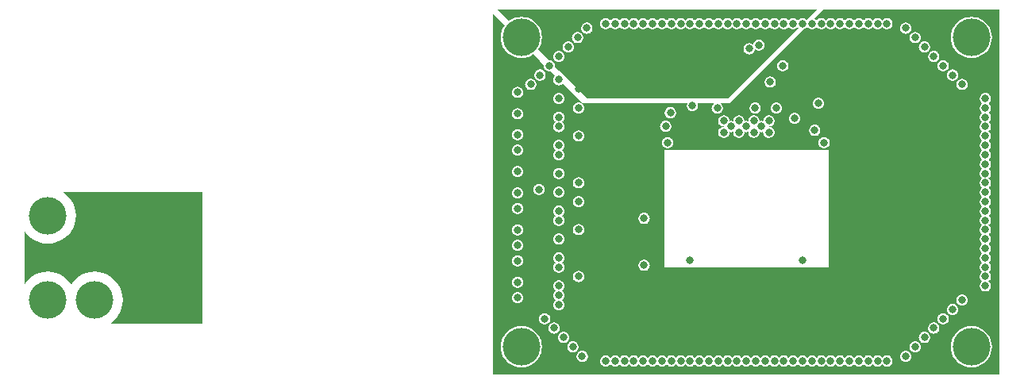
<source format=gbr>
G04 start of page 15 for group 13 idx 13 *
G04 Title: IDEF-X, botthermal *
G04 Creator: pcb 1.99z *
G04 CreationDate: Mi 20 Jan 2016 16:51:45 GMT UTC *
G04 For: stephan *
G04 Format: Gerber/RS-274X *
G04 PCB-Dimensions (mil): 7874.02 3937.01 *
G04 PCB-Coordinate-Origin: lower left *
%MOIN*%
%FSLAX25Y25*%
%LNBOTTHERMAL*%
%ADD111C,0.0866*%
%ADD110C,0.0118*%
%ADD109C,0.1024*%
%ADD108C,0.0315*%
%ADD107C,0.1575*%
%ADD106C,0.0001*%
G54D106*G36*
X343157Y118110D02*X401575D01*
Y62992D01*
X362842D01*
X363263Y63250D01*
X364677Y64457D01*
X365884Y65871D01*
X366855Y67456D01*
X367567Y69174D01*
X368001Y70981D01*
X368110Y72835D01*
X368001Y74688D01*
X367567Y76496D01*
X366855Y78213D01*
X365884Y79798D01*
X364677Y81212D01*
X363263Y82419D01*
X361678Y83391D01*
X359960Y84102D01*
X358153Y84536D01*
X356299Y84682D01*
X354446Y84536D01*
X352638Y84102D01*
X350921Y83391D01*
X349335Y82419D01*
X347922Y81212D01*
X346714Y79798D01*
X346457Y79378D01*
X346199Y79798D01*
X344992Y81212D01*
X343578Y82419D01*
X341993Y83391D01*
X340275Y84102D01*
X338468Y84536D01*
X336614Y84682D01*
X334761Y84536D01*
X332953Y84102D01*
X331236Y83391D01*
X329650Y82419D01*
X328237Y81212D01*
X327029Y79798D01*
X326772Y79378D01*
Y101725D01*
X327029Y101304D01*
X328237Y99890D01*
X329650Y98683D01*
X331236Y97712D01*
X332953Y97000D01*
X334761Y96566D01*
X336614Y96420D01*
X338468Y96566D01*
X340275Y97000D01*
X341993Y97712D01*
X343578Y98683D01*
X344992Y99890D01*
X346199Y101304D01*
X347170Y102889D01*
X347882Y104607D01*
X348316Y106414D01*
X348425Y108268D01*
X348316Y110121D01*
X347882Y111929D01*
X347170Y113646D01*
X346199Y115231D01*
X344992Y116645D01*
X343578Y117853D01*
X343157Y118110D01*
G37*
G36*
X730311Y194882D02*X736220D01*
Y41339D01*
X730311D01*
Y46800D01*
X730553Y47006D01*
X731438Y48043D01*
X732151Y49205D01*
X732672Y50465D01*
X732991Y51790D01*
X733071Y53150D01*
X732991Y54509D01*
X732672Y55834D01*
X732151Y57094D01*
X731438Y58256D01*
X730553Y59293D01*
X730311Y59499D01*
Y76371D01*
X730315Y76371D01*
X730686Y76400D01*
X731047Y76487D01*
X731391Y76629D01*
X731708Y76823D01*
X731990Y77065D01*
X732232Y77347D01*
X732426Y77664D01*
X732568Y78008D01*
X732655Y78369D01*
X732677Y78740D01*
X732655Y79111D01*
X732568Y79472D01*
X732426Y79816D01*
X732232Y80133D01*
X731990Y80416D01*
X731708Y80657D01*
X731624Y80709D01*
X731708Y80760D01*
X731990Y81002D01*
X732232Y81284D01*
X732426Y81601D01*
X732568Y81945D01*
X732655Y82306D01*
X732677Y82677D01*
X732655Y83048D01*
X732568Y83409D01*
X732426Y83753D01*
X732232Y84070D01*
X731990Y84353D01*
X731708Y84594D01*
X731624Y84646D01*
X731708Y84697D01*
X731990Y84939D01*
X732232Y85221D01*
X732426Y85538D01*
X732568Y85882D01*
X732655Y86244D01*
X732677Y86614D01*
X732655Y86985D01*
X732568Y87346D01*
X732426Y87690D01*
X732232Y88007D01*
X731990Y88290D01*
X731708Y88531D01*
X731624Y88583D01*
X731708Y88634D01*
X731990Y88876D01*
X732232Y89158D01*
X732426Y89475D01*
X732568Y89819D01*
X732655Y90181D01*
X732677Y90551D01*
X732655Y90922D01*
X732568Y91283D01*
X732426Y91627D01*
X732232Y91944D01*
X731990Y92227D01*
X731708Y92468D01*
X731624Y92520D01*
X731708Y92571D01*
X731990Y92813D01*
X732232Y93095D01*
X732426Y93412D01*
X732568Y93756D01*
X732655Y94118D01*
X732677Y94488D01*
X732655Y94859D01*
X732568Y95220D01*
X732426Y95564D01*
X732232Y95881D01*
X731990Y96164D01*
X731708Y96405D01*
X731624Y96457D01*
X731708Y96508D01*
X731990Y96750D01*
X732232Y97032D01*
X732426Y97349D01*
X732568Y97693D01*
X732655Y98055D01*
X732677Y98425D01*
X732655Y98796D01*
X732568Y99157D01*
X732426Y99501D01*
X732232Y99818D01*
X731990Y100101D01*
X731708Y100342D01*
X731624Y100394D01*
X731708Y100445D01*
X731990Y100687D01*
X732232Y100969D01*
X732426Y101286D01*
X732568Y101630D01*
X732655Y101992D01*
X732677Y102362D01*
X732655Y102733D01*
X732568Y103094D01*
X732426Y103438D01*
X732232Y103755D01*
X731990Y104038D01*
X731708Y104279D01*
X731624Y104331D01*
X731708Y104382D01*
X731990Y104624D01*
X732232Y104906D01*
X732426Y105223D01*
X732568Y105567D01*
X732655Y105929D01*
X732677Y106299D01*
X732655Y106670D01*
X732568Y107031D01*
X732426Y107375D01*
X732232Y107692D01*
X731990Y107975D01*
X731708Y108216D01*
X731624Y108268D01*
X731708Y108319D01*
X731990Y108561D01*
X732232Y108843D01*
X732426Y109160D01*
X732568Y109504D01*
X732655Y109866D01*
X732677Y110236D01*
X732655Y110607D01*
X732568Y110968D01*
X732426Y111312D01*
X732232Y111629D01*
X731990Y111912D01*
X731708Y112153D01*
X731624Y112205D01*
X731708Y112256D01*
X731990Y112498D01*
X732232Y112780D01*
X732426Y113098D01*
X732568Y113441D01*
X732655Y113803D01*
X732677Y114173D01*
X732655Y114544D01*
X732568Y114905D01*
X732426Y115249D01*
X732232Y115566D01*
X731990Y115849D01*
X731708Y116090D01*
X731624Y116142D01*
X731708Y116193D01*
X731990Y116435D01*
X732232Y116717D01*
X732426Y117035D01*
X732568Y117378D01*
X732655Y117740D01*
X732677Y118110D01*
X732655Y118481D01*
X732568Y118842D01*
X732426Y119186D01*
X732232Y119503D01*
X731990Y119786D01*
X731708Y120027D01*
X731624Y120079D01*
X731708Y120130D01*
X731990Y120372D01*
X732232Y120654D01*
X732426Y120972D01*
X732568Y121315D01*
X732655Y121677D01*
X732677Y122047D01*
X732655Y122418D01*
X732568Y122779D01*
X732426Y123123D01*
X732232Y123440D01*
X731990Y123723D01*
X731708Y123964D01*
X731624Y124016D01*
X731708Y124067D01*
X731990Y124309D01*
X732232Y124592D01*
X732426Y124909D01*
X732568Y125252D01*
X732655Y125614D01*
X732677Y125984D01*
X732655Y126355D01*
X732568Y126716D01*
X732426Y127060D01*
X732232Y127377D01*
X731990Y127660D01*
X731708Y127901D01*
X731624Y127953D01*
X731708Y128004D01*
X731990Y128246D01*
X732232Y128529D01*
X732426Y128846D01*
X732568Y129189D01*
X732655Y129551D01*
X732677Y129921D01*
X732655Y130292D01*
X732568Y130653D01*
X732426Y130997D01*
X732232Y131314D01*
X731990Y131597D01*
X731708Y131838D01*
X731624Y131890D01*
X731708Y131941D01*
X731990Y132183D01*
X732232Y132466D01*
X732426Y132783D01*
X732568Y133126D01*
X732655Y133488D01*
X732677Y133858D01*
X732655Y134229D01*
X732568Y134590D01*
X732426Y134934D01*
X732232Y135251D01*
X731990Y135534D01*
X731708Y135775D01*
X731624Y135827D01*
X731708Y135878D01*
X731990Y136120D01*
X732232Y136403D01*
X732426Y136720D01*
X732568Y137063D01*
X732655Y137425D01*
X732677Y137795D01*
X732655Y138166D01*
X732568Y138527D01*
X732426Y138871D01*
X732232Y139188D01*
X731990Y139471D01*
X731708Y139712D01*
X731624Y139764D01*
X731708Y139815D01*
X731990Y140057D01*
X732232Y140340D01*
X732426Y140657D01*
X732568Y141000D01*
X732655Y141362D01*
X732677Y141732D01*
X732655Y142103D01*
X732568Y142464D01*
X732426Y142808D01*
X732232Y143125D01*
X731990Y143408D01*
X731708Y143649D01*
X731624Y143701D01*
X731708Y143752D01*
X731990Y143994D01*
X732232Y144277D01*
X732426Y144594D01*
X732568Y144937D01*
X732655Y145299D01*
X732677Y145669D01*
X732655Y146040D01*
X732568Y146402D01*
X732426Y146745D01*
X732232Y147062D01*
X731990Y147345D01*
X731708Y147586D01*
X731624Y147638D01*
X731708Y147689D01*
X731990Y147931D01*
X732232Y148214D01*
X732426Y148531D01*
X732568Y148874D01*
X732655Y149236D01*
X732677Y149606D01*
X732655Y149977D01*
X732568Y150339D01*
X732426Y150682D01*
X732232Y150999D01*
X731990Y151282D01*
X731708Y151523D01*
X731624Y151575D01*
X731708Y151626D01*
X731990Y151868D01*
X732232Y152151D01*
X732426Y152468D01*
X732568Y152811D01*
X732655Y153173D01*
X732677Y153543D01*
X732655Y153914D01*
X732568Y154276D01*
X732426Y154619D01*
X732232Y154936D01*
X731990Y155219D01*
X731708Y155460D01*
X731624Y155512D01*
X731708Y155563D01*
X731990Y155805D01*
X732232Y156088D01*
X732426Y156405D01*
X732568Y156748D01*
X732655Y157110D01*
X732677Y157480D01*
X732655Y157851D01*
X732568Y158213D01*
X732426Y158556D01*
X732232Y158873D01*
X731990Y159156D01*
X731708Y159397D01*
X731391Y159592D01*
X731047Y159734D01*
X730686Y159821D01*
X730315Y159850D01*
X730311Y159850D01*
Y176721D01*
X730553Y176927D01*
X731438Y177964D01*
X732151Y179127D01*
X732672Y180386D01*
X732991Y181712D01*
X733071Y183071D01*
X732991Y184430D01*
X732672Y185756D01*
X732151Y187015D01*
X731438Y188178D01*
X730553Y189214D01*
X730311Y189421D01*
Y194882D01*
G37*
G36*
Y59499D02*X729516Y60178D01*
X728354Y60891D01*
X727094Y61413D01*
X725769Y61731D01*
X724409Y61838D01*
X724396Y61837D01*
Y174384D01*
X724409Y174383D01*
X725769Y174490D01*
X727094Y174808D01*
X728354Y175330D01*
X729516Y176042D01*
X730311Y176721D01*
Y159850D01*
X729944Y159821D01*
X729583Y159734D01*
X729239Y159592D01*
X728922Y159397D01*
X728639Y159156D01*
X728398Y158873D01*
X728204Y158556D01*
X728061Y158213D01*
X727975Y157851D01*
X727945Y157480D01*
X727975Y157110D01*
X728061Y156748D01*
X728204Y156405D01*
X728398Y156088D01*
X728639Y155805D01*
X728922Y155563D01*
X729006Y155512D01*
X728922Y155460D01*
X728639Y155219D01*
X728398Y154936D01*
X728204Y154619D01*
X728061Y154276D01*
X727975Y153914D01*
X727945Y153543D01*
X727975Y153173D01*
X728061Y152811D01*
X728204Y152468D01*
X728398Y152151D01*
X728639Y151868D01*
X728922Y151626D01*
X729006Y151575D01*
X728922Y151523D01*
X728639Y151282D01*
X728398Y150999D01*
X728204Y150682D01*
X728061Y150339D01*
X727975Y149977D01*
X727945Y149606D01*
X727975Y149236D01*
X728061Y148874D01*
X728204Y148531D01*
X728398Y148214D01*
X728639Y147931D01*
X728922Y147689D01*
X729006Y147638D01*
X728922Y147586D01*
X728639Y147345D01*
X728398Y147062D01*
X728204Y146745D01*
X728061Y146402D01*
X727975Y146040D01*
X727945Y145669D01*
X727975Y145299D01*
X728061Y144937D01*
X728204Y144594D01*
X728398Y144277D01*
X728639Y143994D01*
X728922Y143752D01*
X729006Y143701D01*
X728922Y143649D01*
X728639Y143408D01*
X728398Y143125D01*
X728204Y142808D01*
X728061Y142464D01*
X727975Y142103D01*
X727945Y141732D01*
X727975Y141362D01*
X728061Y141000D01*
X728204Y140657D01*
X728398Y140340D01*
X728639Y140057D01*
X728922Y139815D01*
X729006Y139764D01*
X728922Y139712D01*
X728639Y139471D01*
X728398Y139188D01*
X728204Y138871D01*
X728061Y138527D01*
X727975Y138166D01*
X727945Y137795D01*
X727975Y137425D01*
X728061Y137063D01*
X728204Y136720D01*
X728398Y136403D01*
X728639Y136120D01*
X728922Y135878D01*
X729006Y135827D01*
X728922Y135775D01*
X728639Y135534D01*
X728398Y135251D01*
X728204Y134934D01*
X728061Y134590D01*
X727975Y134229D01*
X727945Y133858D01*
X727975Y133488D01*
X728061Y133126D01*
X728204Y132783D01*
X728398Y132466D01*
X728639Y132183D01*
X728922Y131941D01*
X729006Y131890D01*
X728922Y131838D01*
X728639Y131597D01*
X728398Y131314D01*
X728204Y130997D01*
X728061Y130653D01*
X727975Y130292D01*
X727945Y129921D01*
X727975Y129551D01*
X728061Y129189D01*
X728204Y128846D01*
X728398Y128529D01*
X728639Y128246D01*
X728922Y128004D01*
X729006Y127953D01*
X728922Y127901D01*
X728639Y127660D01*
X728398Y127377D01*
X728204Y127060D01*
X728061Y126716D01*
X727975Y126355D01*
X727945Y125984D01*
X727975Y125614D01*
X728061Y125252D01*
X728204Y124909D01*
X728398Y124592D01*
X728639Y124309D01*
X728922Y124067D01*
X729006Y124016D01*
X728922Y123964D01*
X728639Y123723D01*
X728398Y123440D01*
X728204Y123123D01*
X728061Y122779D01*
X727975Y122418D01*
X727945Y122047D01*
X727975Y121677D01*
X728061Y121315D01*
X728204Y120972D01*
X728398Y120654D01*
X728639Y120372D01*
X728922Y120130D01*
X729006Y120079D01*
X728922Y120027D01*
X728639Y119786D01*
X728398Y119503D01*
X728204Y119186D01*
X728061Y118842D01*
X727975Y118481D01*
X727945Y118110D01*
X727975Y117740D01*
X728061Y117378D01*
X728204Y117035D01*
X728398Y116717D01*
X728639Y116435D01*
X728922Y116193D01*
X729006Y116142D01*
X728922Y116090D01*
X728639Y115849D01*
X728398Y115566D01*
X728204Y115249D01*
X728061Y114905D01*
X727975Y114544D01*
X727945Y114173D01*
X727975Y113803D01*
X728061Y113441D01*
X728204Y113098D01*
X728398Y112780D01*
X728639Y112498D01*
X728922Y112256D01*
X729006Y112205D01*
X728922Y112153D01*
X728639Y111912D01*
X728398Y111629D01*
X728204Y111312D01*
X728061Y110968D01*
X727975Y110607D01*
X727945Y110236D01*
X727975Y109866D01*
X728061Y109504D01*
X728204Y109160D01*
X728398Y108843D01*
X728639Y108561D01*
X728922Y108319D01*
X729006Y108268D01*
X728922Y108216D01*
X728639Y107975D01*
X728398Y107692D01*
X728204Y107375D01*
X728061Y107031D01*
X727975Y106670D01*
X727945Y106299D01*
X727975Y105929D01*
X728061Y105567D01*
X728204Y105223D01*
X728398Y104906D01*
X728639Y104624D01*
X728922Y104382D01*
X729006Y104331D01*
X728922Y104279D01*
X728639Y104038D01*
X728398Y103755D01*
X728204Y103438D01*
X728061Y103094D01*
X727975Y102733D01*
X727945Y102362D01*
X727975Y101992D01*
X728061Y101630D01*
X728204Y101286D01*
X728398Y100969D01*
X728639Y100687D01*
X728922Y100445D01*
X729006Y100394D01*
X728922Y100342D01*
X728639Y100101D01*
X728398Y99818D01*
X728204Y99501D01*
X728061Y99157D01*
X727975Y98796D01*
X727945Y98425D01*
X727975Y98055D01*
X728061Y97693D01*
X728204Y97349D01*
X728398Y97032D01*
X728639Y96750D01*
X728922Y96508D01*
X729006Y96457D01*
X728922Y96405D01*
X728639Y96164D01*
X728398Y95881D01*
X728204Y95564D01*
X728061Y95220D01*
X727975Y94859D01*
X727945Y94488D01*
X727975Y94118D01*
X728061Y93756D01*
X728204Y93412D01*
X728398Y93095D01*
X728639Y92813D01*
X728922Y92571D01*
X729006Y92520D01*
X728922Y92468D01*
X728639Y92227D01*
X728398Y91944D01*
X728204Y91627D01*
X728061Y91283D01*
X727975Y90922D01*
X727945Y90551D01*
X727975Y90181D01*
X728061Y89819D01*
X728204Y89475D01*
X728398Y89158D01*
X728639Y88876D01*
X728922Y88634D01*
X729006Y88583D01*
X728922Y88531D01*
X728639Y88290D01*
X728398Y88007D01*
X728204Y87690D01*
X728061Y87346D01*
X727975Y86985D01*
X727945Y86614D01*
X727975Y86244D01*
X728061Y85882D01*
X728204Y85538D01*
X728398Y85221D01*
X728639Y84939D01*
X728922Y84697D01*
X729006Y84646D01*
X728922Y84594D01*
X728639Y84353D01*
X728398Y84070D01*
X728204Y83753D01*
X728061Y83409D01*
X727975Y83048D01*
X727945Y82677D01*
X727975Y82306D01*
X728061Y81945D01*
X728204Y81601D01*
X728398Y81284D01*
X728639Y81002D01*
X728922Y80760D01*
X729006Y80709D01*
X728922Y80657D01*
X728639Y80416D01*
X728398Y80133D01*
X728204Y79816D01*
X728061Y79472D01*
X727975Y79111D01*
X727945Y78740D01*
X727975Y78369D01*
X728061Y78008D01*
X728204Y77664D01*
X728398Y77347D01*
X728639Y77065D01*
X728922Y76823D01*
X729239Y76629D01*
X729583Y76487D01*
X729944Y76400D01*
X730311Y76371D01*
Y59499D01*
G37*
G36*
Y41339D02*X724396D01*
Y44463D01*
X724409Y44461D01*
X725769Y44568D01*
X727094Y44887D01*
X728354Y45408D01*
X729516Y46121D01*
X730311Y46800D01*
Y41339D01*
G37*
G36*
X724396Y194882D02*X730311D01*
Y189421D01*
X729516Y190100D01*
X728354Y190812D01*
X727094Y191334D01*
X725769Y191652D01*
X724409Y191759D01*
X724396Y191758D01*
Y194882D01*
G37*
G36*
X720469Y45407D02*X721725Y44887D01*
X723050Y44568D01*
X724396Y44463D01*
Y41339D01*
X720469D01*
Y45407D01*
G37*
G36*
Y175328D02*X721725Y174808D01*
X723050Y174490D01*
X724396Y174384D01*
Y61837D01*
X723050Y61731D01*
X721725Y61413D01*
X720469Y60892D01*
Y70465D01*
X720472Y70465D01*
X720843Y70494D01*
X721205Y70581D01*
X721548Y70723D01*
X721865Y70918D01*
X722148Y71159D01*
X722389Y71442D01*
X722584Y71759D01*
X722726Y72102D01*
X722813Y72464D01*
X722835Y72835D01*
X722813Y73205D01*
X722726Y73567D01*
X722584Y73910D01*
X722389Y74227D01*
X722148Y74510D01*
X721865Y74752D01*
X721548Y74946D01*
X721205Y75088D01*
X720843Y75175D01*
X720472Y75204D01*
X720469Y75204D01*
Y161017D01*
X720472Y161016D01*
X720843Y161046D01*
X721205Y161132D01*
X721548Y161275D01*
X721865Y161469D01*
X722148Y161710D01*
X722389Y161993D01*
X722584Y162310D01*
X722726Y162654D01*
X722813Y163015D01*
X722835Y163386D01*
X722813Y163756D01*
X722726Y164118D01*
X722584Y164462D01*
X722389Y164779D01*
X722148Y165061D01*
X721865Y165303D01*
X721548Y165497D01*
X721205Y165639D01*
X720843Y165726D01*
X720472Y165755D01*
X720469Y165755D01*
Y175328D01*
G37*
G36*
Y194882D02*X724396D01*
Y191758D01*
X723050Y191652D01*
X721725Y191334D01*
X720469Y190814D01*
Y194882D01*
G37*
G36*
X716532Y49535D02*X716668Y49205D01*
X717381Y48043D01*
X718266Y47006D01*
X719303Y46121D01*
X720465Y45408D01*
X720469Y45407D01*
Y41339D01*
X716532D01*
Y49535D01*
G37*
G36*
Y179456D02*X716668Y179127D01*
X717381Y177964D01*
X718266Y176927D01*
X719303Y176042D01*
X720465Y175330D01*
X720469Y175328D01*
Y165755D01*
X720102Y165726D01*
X719740Y165639D01*
X719397Y165497D01*
X719080Y165303D01*
X718797Y165061D01*
X718555Y164779D01*
X718361Y164462D01*
X718219Y164118D01*
X718132Y163756D01*
X718103Y163386D01*
X718132Y163015D01*
X718219Y162654D01*
X718361Y162310D01*
X718555Y161993D01*
X718797Y161710D01*
X719080Y161469D01*
X719397Y161275D01*
X719740Y161132D01*
X720102Y161046D01*
X720469Y161017D01*
Y75204D01*
X720102Y75175D01*
X719740Y75088D01*
X719397Y74946D01*
X719080Y74752D01*
X718797Y74510D01*
X718555Y74227D01*
X718361Y73910D01*
X718219Y73567D01*
X718132Y73205D01*
X718103Y72835D01*
X718132Y72464D01*
X718219Y72102D01*
X718361Y71759D01*
X718555Y71442D01*
X718797Y71159D01*
X719080Y70918D01*
X719397Y70723D01*
X719740Y70581D01*
X720102Y70494D01*
X720469Y70465D01*
Y60892D01*
X720465Y60891D01*
X719303Y60178D01*
X718266Y59293D01*
X717381Y58256D01*
X716668Y57094D01*
X716532Y56764D01*
Y66528D01*
X716535Y66528D01*
X716906Y66557D01*
X717268Y66644D01*
X717611Y66786D01*
X717928Y66981D01*
X718211Y67222D01*
X718452Y67505D01*
X718647Y67822D01*
X718789Y68165D01*
X718876Y68527D01*
X718898Y68898D01*
X718876Y69268D01*
X718789Y69630D01*
X718647Y69973D01*
X718452Y70290D01*
X718211Y70573D01*
X717928Y70815D01*
X717611Y71009D01*
X717268Y71151D01*
X716906Y71238D01*
X716535Y71267D01*
X716532Y71267D01*
Y164954D01*
X716535Y164953D01*
X716906Y164983D01*
X717268Y165069D01*
X717611Y165212D01*
X717928Y165406D01*
X718211Y165647D01*
X718452Y165930D01*
X718647Y166247D01*
X718789Y166591D01*
X718876Y166952D01*
X718898Y167323D01*
X718876Y167694D01*
X718789Y168055D01*
X718647Y168399D01*
X718452Y168716D01*
X718211Y168998D01*
X717928Y169240D01*
X717611Y169434D01*
X717268Y169576D01*
X716906Y169663D01*
X716535Y169692D01*
X716532Y169692D01*
Y179456D01*
G37*
G36*
Y194882D02*X720469D01*
Y190814D01*
X720465Y190812D01*
X719303Y190100D01*
X718266Y189214D01*
X717381Y188178D01*
X716668Y187015D01*
X716532Y186686D01*
Y194882D01*
G37*
G36*
X712595D02*X716532D01*
Y186686D01*
X716147Y185756D01*
X715828Y184430D01*
X715721Y183071D01*
X715828Y181712D01*
X716147Y180386D01*
X716532Y179456D01*
Y169692D01*
X716165Y169663D01*
X715803Y169576D01*
X715460Y169434D01*
X715143Y169240D01*
X714860Y168998D01*
X714618Y168716D01*
X714424Y168399D01*
X714282Y168055D01*
X714195Y167694D01*
X714166Y167323D01*
X714195Y166952D01*
X714282Y166591D01*
X714424Y166247D01*
X714618Y165930D01*
X714860Y165647D01*
X715143Y165406D01*
X715460Y165212D01*
X715803Y165069D01*
X716165Y164983D01*
X716532Y164954D01*
Y71267D01*
X716165Y71238D01*
X715803Y71151D01*
X715460Y71009D01*
X715143Y70815D01*
X714860Y70573D01*
X714618Y70290D01*
X714424Y69973D01*
X714282Y69630D01*
X714195Y69268D01*
X714166Y68898D01*
X714195Y68527D01*
X714282Y68165D01*
X714424Y67822D01*
X714618Y67505D01*
X714860Y67222D01*
X715143Y66981D01*
X715460Y66786D01*
X715803Y66644D01*
X716165Y66557D01*
X716532Y66528D01*
Y56764D01*
X716147Y55834D01*
X715828Y54509D01*
X715721Y53150D01*
X715828Y51790D01*
X716147Y50465D01*
X716532Y49535D01*
Y41339D01*
X712595D01*
Y62591D01*
X712598Y62591D01*
X712969Y62620D01*
X713331Y62707D01*
X713674Y62849D01*
X713991Y63044D01*
X714274Y63285D01*
X714515Y63568D01*
X714710Y63885D01*
X714852Y64228D01*
X714939Y64590D01*
X714961Y64961D01*
X714939Y65331D01*
X714852Y65693D01*
X714710Y66036D01*
X714515Y66353D01*
X714274Y66636D01*
X713991Y66878D01*
X713674Y67072D01*
X713331Y67214D01*
X712969Y67301D01*
X712598Y67330D01*
X712595Y67330D01*
Y168891D01*
X712598Y168890D01*
X712969Y168920D01*
X713331Y169006D01*
X713674Y169149D01*
X713991Y169343D01*
X714274Y169584D01*
X714515Y169867D01*
X714710Y170184D01*
X714852Y170528D01*
X714939Y170889D01*
X714961Y171260D01*
X714939Y171631D01*
X714852Y171992D01*
X714710Y172336D01*
X714515Y172653D01*
X714274Y172935D01*
X713991Y173177D01*
X713674Y173371D01*
X713331Y173513D01*
X712969Y173600D01*
X712598Y173629D01*
X712595Y173629D01*
Y194882D01*
G37*
G36*
X708658D02*X712595D01*
Y173629D01*
X712228Y173600D01*
X711866Y173513D01*
X711523Y173371D01*
X711206Y173177D01*
X710923Y172935D01*
X710681Y172653D01*
X710487Y172336D01*
X710345Y171992D01*
X710258Y171631D01*
X710229Y171260D01*
X710258Y170889D01*
X710345Y170528D01*
X710487Y170184D01*
X710681Y169867D01*
X710923Y169584D01*
X711206Y169343D01*
X711523Y169149D01*
X711866Y169006D01*
X712228Y168920D01*
X712595Y168891D01*
Y67330D01*
X712228Y67301D01*
X711866Y67214D01*
X711523Y67072D01*
X711206Y66878D01*
X710923Y66636D01*
X710681Y66353D01*
X710487Y66036D01*
X710345Y65693D01*
X710258Y65331D01*
X710229Y64961D01*
X710258Y64590D01*
X710345Y64228D01*
X710487Y63885D01*
X710681Y63568D01*
X710923Y63285D01*
X711206Y63044D01*
X711523Y62849D01*
X711866Y62707D01*
X712228Y62620D01*
X712595Y62591D01*
Y41339D01*
X708658D01*
Y58654D01*
X708661Y58654D01*
X709032Y58683D01*
X709394Y58770D01*
X709737Y58912D01*
X710054Y59107D01*
X710337Y59348D01*
X710578Y59631D01*
X710773Y59948D01*
X710915Y60291D01*
X711002Y60653D01*
X711024Y61024D01*
X711002Y61394D01*
X710915Y61756D01*
X710773Y62099D01*
X710578Y62416D01*
X710337Y62699D01*
X710054Y62941D01*
X709737Y63135D01*
X709394Y63277D01*
X709032Y63364D01*
X708661Y63393D01*
X708658Y63393D01*
Y172828D01*
X708661Y172827D01*
X709032Y172857D01*
X709394Y172943D01*
X709737Y173086D01*
X710054Y173280D01*
X710337Y173521D01*
X710578Y173804D01*
X710773Y174121D01*
X710915Y174465D01*
X711002Y174826D01*
X711024Y175197D01*
X711002Y175568D01*
X710915Y175929D01*
X710773Y176273D01*
X710578Y176590D01*
X710337Y176872D01*
X710054Y177114D01*
X709737Y177308D01*
X709394Y177450D01*
X709032Y177537D01*
X708661Y177566D01*
X708658Y177566D01*
Y194882D01*
G37*
G36*
X704721D02*X708658D01*
Y177566D01*
X708291Y177537D01*
X707929Y177450D01*
X707586Y177308D01*
X707269Y177114D01*
X706986Y176872D01*
X706744Y176590D01*
X706550Y176273D01*
X706408Y175929D01*
X706321Y175568D01*
X706292Y175197D01*
X706321Y174826D01*
X706408Y174465D01*
X706550Y174121D01*
X706744Y173804D01*
X706986Y173521D01*
X707269Y173280D01*
X707586Y173086D01*
X707929Y172943D01*
X708291Y172857D01*
X708658Y172828D01*
Y63393D01*
X708291Y63364D01*
X707929Y63277D01*
X707586Y63135D01*
X707269Y62941D01*
X706986Y62699D01*
X706744Y62416D01*
X706550Y62099D01*
X706408Y61756D01*
X706321Y61394D01*
X706292Y61024D01*
X706321Y60653D01*
X706408Y60291D01*
X706550Y59948D01*
X706744Y59631D01*
X706986Y59348D01*
X707269Y59107D01*
X707586Y58912D01*
X707929Y58770D01*
X708291Y58683D01*
X708658Y58654D01*
Y41339D01*
X704721D01*
Y54717D01*
X704724Y54717D01*
X705095Y54746D01*
X705457Y54833D01*
X705800Y54975D01*
X706117Y55170D01*
X706400Y55411D01*
X706641Y55694D01*
X706836Y56011D01*
X706978Y56354D01*
X707065Y56716D01*
X707087Y57087D01*
X707065Y57457D01*
X706978Y57819D01*
X706836Y58162D01*
X706641Y58479D01*
X706400Y58762D01*
X706117Y59004D01*
X705800Y59198D01*
X705457Y59340D01*
X705095Y59427D01*
X704724Y59456D01*
X704721Y59456D01*
Y176765D01*
X704724Y176764D01*
X705095Y176794D01*
X705457Y176880D01*
X705800Y177023D01*
X706117Y177217D01*
X706400Y177458D01*
X706641Y177741D01*
X706836Y178058D01*
X706978Y178402D01*
X707065Y178763D01*
X707087Y179134D01*
X707065Y179505D01*
X706978Y179866D01*
X706836Y180210D01*
X706641Y180527D01*
X706400Y180809D01*
X706117Y181051D01*
X705800Y181245D01*
X705457Y181387D01*
X705095Y181474D01*
X704724Y181503D01*
X704721Y181503D01*
Y194882D01*
G37*
G36*
X700784D02*X704721D01*
Y181503D01*
X704354Y181474D01*
X703992Y181387D01*
X703649Y181245D01*
X703332Y181051D01*
X703049Y180809D01*
X702807Y180527D01*
X702613Y180210D01*
X702471Y179866D01*
X702384Y179505D01*
X702355Y179134D01*
X702384Y178763D01*
X702471Y178402D01*
X702613Y178058D01*
X702807Y177741D01*
X703049Y177458D01*
X703332Y177217D01*
X703649Y177023D01*
X703992Y176880D01*
X704354Y176794D01*
X704721Y176765D01*
Y59456D01*
X704354Y59427D01*
X703992Y59340D01*
X703649Y59198D01*
X703332Y59004D01*
X703049Y58762D01*
X702807Y58479D01*
X702613Y58162D01*
X702471Y57819D01*
X702384Y57457D01*
X702355Y57087D01*
X702384Y56716D01*
X702471Y56354D01*
X702613Y56011D01*
X702807Y55694D01*
X703049Y55411D01*
X703332Y55170D01*
X703649Y54975D01*
X703992Y54833D01*
X704354Y54746D01*
X704721Y54717D01*
Y41339D01*
X700784D01*
Y50780D01*
X700787Y50780D01*
X701158Y50809D01*
X701520Y50896D01*
X701863Y51038D01*
X702180Y51233D01*
X702463Y51474D01*
X702704Y51757D01*
X702899Y52074D01*
X703041Y52417D01*
X703128Y52779D01*
X703150Y53150D01*
X703128Y53520D01*
X703041Y53882D01*
X702899Y54225D01*
X702704Y54542D01*
X702463Y54825D01*
X702180Y55067D01*
X701863Y55261D01*
X701520Y55403D01*
X701158Y55490D01*
X700787Y55519D01*
X700784Y55519D01*
Y180702D01*
X700787Y180701D01*
X701158Y180731D01*
X701520Y180817D01*
X701863Y180960D01*
X702180Y181154D01*
X702463Y181395D01*
X702704Y181678D01*
X702899Y181995D01*
X703041Y182339D01*
X703128Y182700D01*
X703150Y183071D01*
X703128Y183442D01*
X703041Y183803D01*
X702899Y184147D01*
X702704Y184464D01*
X702463Y184746D01*
X702180Y184988D01*
X701863Y185182D01*
X701520Y185324D01*
X701158Y185411D01*
X700787Y185440D01*
X700784Y185440D01*
Y194882D01*
G37*
G36*
X696847D02*X700784D01*
Y185440D01*
X700417Y185411D01*
X700055Y185324D01*
X699712Y185182D01*
X699395Y184988D01*
X699112Y184746D01*
X698870Y184464D01*
X698676Y184147D01*
X698534Y183803D01*
X698447Y183442D01*
X698418Y183071D01*
X698447Y182700D01*
X698534Y182339D01*
X698676Y181995D01*
X698870Y181678D01*
X699112Y181395D01*
X699395Y181154D01*
X699712Y180960D01*
X700055Y180817D01*
X700417Y180731D01*
X700784Y180702D01*
Y55519D01*
X700417Y55490D01*
X700055Y55403D01*
X699712Y55261D01*
X699395Y55067D01*
X699112Y54825D01*
X698870Y54542D01*
X698676Y54225D01*
X698534Y53882D01*
X698447Y53520D01*
X698418Y53150D01*
X698447Y52779D01*
X698534Y52417D01*
X698676Y52074D01*
X698870Y51757D01*
X699112Y51474D01*
X699395Y51233D01*
X699712Y51038D01*
X700055Y50896D01*
X700417Y50809D01*
X700784Y50780D01*
Y41339D01*
X696847D01*
Y46843D01*
X696850Y46843D01*
X697221Y46872D01*
X697583Y46959D01*
X697926Y47101D01*
X698243Y47296D01*
X698526Y47537D01*
X698767Y47820D01*
X698962Y48137D01*
X699104Y48480D01*
X699191Y48842D01*
X699213Y49213D01*
X699191Y49583D01*
X699104Y49945D01*
X698962Y50288D01*
X698767Y50605D01*
X698526Y50888D01*
X698243Y51130D01*
X697926Y51324D01*
X697583Y51466D01*
X697221Y51553D01*
X696850Y51582D01*
X696847Y51582D01*
Y184639D01*
X696850Y184638D01*
X697221Y184668D01*
X697583Y184754D01*
X697926Y184897D01*
X698243Y185091D01*
X698526Y185332D01*
X698767Y185615D01*
X698962Y185932D01*
X699104Y186276D01*
X699191Y186637D01*
X699213Y187008D01*
X699191Y187379D01*
X699104Y187740D01*
X698962Y188084D01*
X698767Y188401D01*
X698526Y188683D01*
X698243Y188925D01*
X697926Y189119D01*
X697583Y189261D01*
X697221Y189348D01*
X696850Y189377D01*
X696847Y189377D01*
Y194882D01*
G37*
G36*
X662595Y186927D02*X662810Y187059D01*
X663093Y187301D01*
X663334Y187584D01*
X663386Y187668D01*
X663437Y187584D01*
X663679Y187301D01*
X663962Y187059D01*
X664279Y186865D01*
X664622Y186723D01*
X664984Y186636D01*
X665354Y186607D01*
X665725Y186636D01*
X666087Y186723D01*
X666430Y186865D01*
X666747Y187059D01*
X667030Y187301D01*
X667271Y187584D01*
X667323Y187668D01*
X667374Y187584D01*
X667616Y187301D01*
X667899Y187059D01*
X668216Y186865D01*
X668559Y186723D01*
X668921Y186636D01*
X669291Y186607D01*
X669662Y186636D01*
X670024Y186723D01*
X670367Y186865D01*
X670684Y187059D01*
X670967Y187301D01*
X671208Y187584D01*
X671260Y187668D01*
X671311Y187584D01*
X671553Y187301D01*
X671836Y187059D01*
X672153Y186865D01*
X672496Y186723D01*
X672858Y186636D01*
X673228Y186607D01*
X673599Y186636D01*
X673961Y186723D01*
X674304Y186865D01*
X674621Y187059D01*
X674904Y187301D01*
X675145Y187584D01*
X675197Y187668D01*
X675248Y187584D01*
X675490Y187301D01*
X675773Y187059D01*
X676090Y186865D01*
X676433Y186723D01*
X676795Y186636D01*
X677165Y186607D01*
X677536Y186636D01*
X677898Y186723D01*
X678241Y186865D01*
X678558Y187059D01*
X678841Y187301D01*
X679082Y187584D01*
X679134Y187668D01*
X679185Y187584D01*
X679427Y187301D01*
X679710Y187059D01*
X680027Y186865D01*
X680370Y186723D01*
X680732Y186636D01*
X681102Y186607D01*
X681473Y186636D01*
X681835Y186723D01*
X682178Y186865D01*
X682495Y187059D01*
X682778Y187301D01*
X683019Y187584D01*
X683071Y187668D01*
X683122Y187584D01*
X683364Y187301D01*
X683647Y187059D01*
X683964Y186865D01*
X684307Y186723D01*
X684669Y186636D01*
X685039Y186607D01*
X685410Y186636D01*
X685772Y186723D01*
X686115Y186865D01*
X686432Y187059D01*
X686715Y187301D01*
X686956Y187584D01*
X687008Y187668D01*
X687059Y187584D01*
X687301Y187301D01*
X687584Y187059D01*
X687901Y186865D01*
X688244Y186723D01*
X688606Y186636D01*
X688976Y186607D01*
X689347Y186636D01*
X689709Y186723D01*
X690052Y186865D01*
X690369Y187059D01*
X690652Y187301D01*
X690893Y187584D01*
X691088Y187901D01*
X691230Y188244D01*
X691317Y188606D01*
X691339Y188976D01*
X691317Y189347D01*
X691230Y189709D01*
X691088Y190052D01*
X690893Y190369D01*
X690652Y190652D01*
X690369Y190893D01*
X690052Y191088D01*
X689709Y191230D01*
X689347Y191317D01*
X688976Y191346D01*
X688606Y191317D01*
X688244Y191230D01*
X687901Y191088D01*
X687584Y190893D01*
X687301Y190652D01*
X687059Y190369D01*
X687008Y190285D01*
X686956Y190369D01*
X686715Y190652D01*
X686432Y190893D01*
X686115Y191088D01*
X685772Y191230D01*
X685410Y191317D01*
X685039Y191346D01*
X684669Y191317D01*
X684307Y191230D01*
X683964Y191088D01*
X683647Y190893D01*
X683364Y190652D01*
X683122Y190369D01*
X683071Y190285D01*
X683019Y190369D01*
X682778Y190652D01*
X682495Y190893D01*
X682178Y191088D01*
X681835Y191230D01*
X681473Y191317D01*
X681102Y191346D01*
X680732Y191317D01*
X680370Y191230D01*
X680027Y191088D01*
X679710Y190893D01*
X679427Y190652D01*
X679185Y190369D01*
X679134Y190285D01*
X679082Y190369D01*
X678841Y190652D01*
X678558Y190893D01*
X678241Y191088D01*
X677898Y191230D01*
X677536Y191317D01*
X677165Y191346D01*
X676795Y191317D01*
X676433Y191230D01*
X676090Y191088D01*
X675773Y190893D01*
X675490Y190652D01*
X675248Y190369D01*
X675197Y190285D01*
X675145Y190369D01*
X674904Y190652D01*
X674621Y190893D01*
X674304Y191088D01*
X673961Y191230D01*
X673599Y191317D01*
X673228Y191346D01*
X672858Y191317D01*
X672496Y191230D01*
X672153Y191088D01*
X671836Y190893D01*
X671553Y190652D01*
X671311Y190369D01*
X671260Y190285D01*
X671208Y190369D01*
X670967Y190652D01*
X670684Y190893D01*
X670367Y191088D01*
X670024Y191230D01*
X669662Y191317D01*
X669291Y191346D01*
X668921Y191317D01*
X668559Y191230D01*
X668216Y191088D01*
X667899Y190893D01*
X667616Y190652D01*
X667374Y190369D01*
X667323Y190285D01*
X667271Y190369D01*
X667030Y190652D01*
X666747Y190893D01*
X666430Y191088D01*
X666087Y191230D01*
X665725Y191317D01*
X665354Y191346D01*
X664984Y191317D01*
X664622Y191230D01*
X664279Y191088D01*
X663962Y190893D01*
X663679Y190652D01*
X663437Y190369D01*
X663386Y190285D01*
X663334Y190369D01*
X663093Y190652D01*
X662810Y190893D01*
X662595Y191025D01*
Y194882D01*
X696847D01*
Y189377D01*
X696480Y189348D01*
X696118Y189261D01*
X695775Y189119D01*
X695458Y188925D01*
X695175Y188683D01*
X694933Y188401D01*
X694739Y188084D01*
X694597Y187740D01*
X694510Y187379D01*
X694481Y187008D01*
X694510Y186637D01*
X694597Y186276D01*
X694739Y185932D01*
X694933Y185615D01*
X695175Y185332D01*
X695458Y185091D01*
X695775Y184897D01*
X696118Y184754D01*
X696480Y184668D01*
X696847Y184639D01*
Y51582D01*
X696480Y51553D01*
X696118Y51466D01*
X695775Y51324D01*
X695458Y51130D01*
X695175Y50888D01*
X694933Y50605D01*
X694739Y50288D01*
X694597Y49945D01*
X694510Y49583D01*
X694481Y49213D01*
X694510Y48842D01*
X694597Y48480D01*
X694739Y48137D01*
X694933Y47820D01*
X695175Y47537D01*
X695458Y47296D01*
X695775Y47101D01*
X696118Y46959D01*
X696480Y46872D01*
X696847Y46843D01*
Y41339D01*
X662595D01*
Y45195D01*
X662810Y45327D01*
X663093Y45569D01*
X663334Y45851D01*
X663386Y45935D01*
X663437Y45851D01*
X663679Y45569D01*
X663962Y45327D01*
X664279Y45133D01*
X664622Y44991D01*
X664984Y44904D01*
X665354Y44875D01*
X665725Y44904D01*
X666087Y44991D01*
X666430Y45133D01*
X666747Y45327D01*
X667030Y45569D01*
X667271Y45851D01*
X667323Y45935D01*
X667374Y45851D01*
X667616Y45569D01*
X667899Y45327D01*
X668216Y45133D01*
X668559Y44991D01*
X668921Y44904D01*
X669291Y44875D01*
X669662Y44904D01*
X670024Y44991D01*
X670367Y45133D01*
X670684Y45327D01*
X670967Y45569D01*
X671208Y45851D01*
X671260Y45935D01*
X671311Y45851D01*
X671553Y45569D01*
X671836Y45327D01*
X672153Y45133D01*
X672496Y44991D01*
X672858Y44904D01*
X673228Y44875D01*
X673599Y44904D01*
X673961Y44991D01*
X674304Y45133D01*
X674621Y45327D01*
X674904Y45569D01*
X675145Y45851D01*
X675197Y45935D01*
X675248Y45851D01*
X675490Y45569D01*
X675773Y45327D01*
X676090Y45133D01*
X676433Y44991D01*
X676795Y44904D01*
X677165Y44875D01*
X677536Y44904D01*
X677898Y44991D01*
X678241Y45133D01*
X678558Y45327D01*
X678841Y45569D01*
X679082Y45851D01*
X679134Y45935D01*
X679185Y45851D01*
X679427Y45569D01*
X679710Y45327D01*
X680027Y45133D01*
X680370Y44991D01*
X680732Y44904D01*
X681102Y44875D01*
X681473Y44904D01*
X681835Y44991D01*
X682178Y45133D01*
X682495Y45327D01*
X682778Y45569D01*
X683019Y45851D01*
X683071Y45935D01*
X683122Y45851D01*
X683364Y45569D01*
X683647Y45327D01*
X683964Y45133D01*
X684307Y44991D01*
X684669Y44904D01*
X685039Y44875D01*
X685410Y44904D01*
X685772Y44991D01*
X686115Y45133D01*
X686432Y45327D01*
X686715Y45569D01*
X686956Y45851D01*
X687008Y45935D01*
X687059Y45851D01*
X687301Y45569D01*
X687584Y45327D01*
X687901Y45133D01*
X688244Y44991D01*
X688606Y44904D01*
X688976Y44875D01*
X689347Y44904D01*
X689709Y44991D01*
X690052Y45133D01*
X690369Y45327D01*
X690652Y45569D01*
X690893Y45851D01*
X691088Y46168D01*
X691230Y46512D01*
X691317Y46873D01*
X691339Y47244D01*
X691317Y47615D01*
X691230Y47976D01*
X691088Y48320D01*
X690893Y48637D01*
X690652Y48920D01*
X690369Y49161D01*
X690052Y49355D01*
X689709Y49498D01*
X689347Y49584D01*
X688976Y49614D01*
X688606Y49584D01*
X688244Y49498D01*
X687901Y49355D01*
X687584Y49161D01*
X687301Y48920D01*
X687059Y48637D01*
X687008Y48553D01*
X686956Y48637D01*
X686715Y48920D01*
X686432Y49161D01*
X686115Y49355D01*
X685772Y49498D01*
X685410Y49584D01*
X685039Y49614D01*
X684669Y49584D01*
X684307Y49498D01*
X683964Y49355D01*
X683647Y49161D01*
X683364Y48920D01*
X683122Y48637D01*
X683071Y48553D01*
X683019Y48637D01*
X682778Y48920D01*
X682495Y49161D01*
X682178Y49355D01*
X681835Y49498D01*
X681473Y49584D01*
X681102Y49614D01*
X680732Y49584D01*
X680370Y49498D01*
X680027Y49355D01*
X679710Y49161D01*
X679427Y48920D01*
X679185Y48637D01*
X679134Y48553D01*
X679082Y48637D01*
X678841Y48920D01*
X678558Y49161D01*
X678241Y49355D01*
X677898Y49498D01*
X677536Y49584D01*
X677165Y49614D01*
X676795Y49584D01*
X676433Y49498D01*
X676090Y49355D01*
X675773Y49161D01*
X675490Y48920D01*
X675248Y48637D01*
X675197Y48553D01*
X675145Y48637D01*
X674904Y48920D01*
X674621Y49161D01*
X674304Y49355D01*
X673961Y49498D01*
X673599Y49584D01*
X673228Y49614D01*
X672858Y49584D01*
X672496Y49498D01*
X672153Y49355D01*
X671836Y49161D01*
X671553Y48920D01*
X671311Y48637D01*
X671260Y48553D01*
X671208Y48637D01*
X670967Y48920D01*
X670684Y49161D01*
X670367Y49355D01*
X670024Y49498D01*
X669662Y49584D01*
X669291Y49614D01*
X668921Y49584D01*
X668559Y49498D01*
X668216Y49355D01*
X667899Y49161D01*
X667616Y48920D01*
X667374Y48637D01*
X667323Y48553D01*
X667271Y48637D01*
X667030Y48920D01*
X666747Y49161D01*
X666430Y49355D01*
X666087Y49498D01*
X665725Y49584D01*
X665354Y49614D01*
X664984Y49584D01*
X664622Y49498D01*
X664279Y49355D01*
X663962Y49161D01*
X663679Y48920D01*
X663437Y48637D01*
X663386Y48553D01*
X663334Y48637D01*
X663093Y48920D01*
X662810Y49161D01*
X662595Y49293D01*
Y86614D01*
X664370D01*
Y135827D01*
X662595D01*
Y136607D01*
X662598Y136607D01*
X662969Y136636D01*
X663331Y136723D01*
X663674Y136865D01*
X663991Y137059D01*
X664274Y137301D01*
X664515Y137584D01*
X664710Y137901D01*
X664852Y138244D01*
X664939Y138606D01*
X664961Y138976D01*
X664939Y139347D01*
X664852Y139709D01*
X664710Y140052D01*
X664515Y140369D01*
X664274Y140652D01*
X663991Y140893D01*
X663674Y141088D01*
X663331Y141230D01*
X662969Y141317D01*
X662598Y141346D01*
X662595Y141346D01*
Y155450D01*
X662598Y155512D01*
X662595Y155573D01*
Y186927D01*
G37*
G36*
Y135827D02*X658658D01*
Y141725D01*
X658661Y141725D01*
X659032Y141754D01*
X659394Y141841D01*
X659737Y141983D01*
X660054Y142178D01*
X660337Y142419D01*
X660578Y142702D01*
X660773Y143019D01*
X660915Y143362D01*
X661002Y143724D01*
X661024Y144094D01*
X661002Y144465D01*
X660915Y144827D01*
X660773Y145170D01*
X660578Y145487D01*
X660337Y145770D01*
X660054Y146011D01*
X659737Y146206D01*
X659394Y146348D01*
X659032Y146435D01*
X658661Y146464D01*
X658658Y146464D01*
Y153753D01*
X658843Y153595D01*
X659160Y153401D01*
X659504Y153258D01*
X659866Y153171D01*
X660236Y153142D01*
X660607Y153171D01*
X660968Y153258D01*
X661312Y153401D01*
X661629Y153595D01*
X661912Y153836D01*
X662153Y154119D01*
X662347Y154436D01*
X662490Y154780D01*
X662577Y155141D01*
X662595Y155450D01*
Y141346D01*
X662228Y141317D01*
X661866Y141230D01*
X661523Y141088D01*
X661206Y140893D01*
X660923Y140652D01*
X660681Y140369D01*
X660487Y140052D01*
X660345Y139709D01*
X660258Y139347D01*
X660229Y138976D01*
X660258Y138606D01*
X660345Y138244D01*
X660487Y137901D01*
X660681Y137584D01*
X660923Y137301D01*
X661206Y137059D01*
X661523Y136865D01*
X661866Y136723D01*
X662228Y136636D01*
X662595Y136607D01*
Y135827D01*
G37*
G36*
Y49293D02*X662493Y49355D01*
X662150Y49498D01*
X661788Y49584D01*
X661417Y49614D01*
X661047Y49584D01*
X660685Y49498D01*
X660342Y49355D01*
X660025Y49161D01*
X659742Y48920D01*
X659500Y48637D01*
X659449Y48553D01*
X659397Y48637D01*
X659156Y48920D01*
X658873Y49161D01*
X658658Y49293D01*
Y86614D01*
X662595D01*
Y49293D01*
G37*
G36*
Y41339D02*X658658D01*
Y45195D01*
X658873Y45327D01*
X659156Y45569D01*
X659397Y45851D01*
X659449Y45935D01*
X659500Y45851D01*
X659742Y45569D01*
X660025Y45327D01*
X660342Y45133D01*
X660685Y44991D01*
X661047Y44904D01*
X661417Y44875D01*
X661788Y44904D01*
X662150Y44991D01*
X662493Y45133D01*
X662595Y45195D01*
Y41339D01*
G37*
G36*
Y191025D02*X662493Y191088D01*
X662150Y191230D01*
X661788Y191317D01*
X661417Y191346D01*
X661047Y191317D01*
X660685Y191230D01*
X660342Y191088D01*
X660025Y190893D01*
X659742Y190652D01*
X659500Y190369D01*
X659449Y190285D01*
X659397Y190369D01*
X659156Y190652D01*
X658873Y190893D01*
X658658Y191025D01*
Y191138D01*
X662402Y194882D01*
X662595D01*
Y191025D01*
G37*
G36*
X658658Y186927D02*X658873Y187059D01*
X659156Y187301D01*
X659397Y187584D01*
X659449Y187668D01*
X659500Y187584D01*
X659742Y187301D01*
X660025Y187059D01*
X660342Y186865D01*
X660685Y186723D01*
X661047Y186636D01*
X661417Y186607D01*
X661788Y186636D01*
X662150Y186723D01*
X662493Y186865D01*
X662595Y186927D01*
Y155573D01*
X662577Y155882D01*
X662490Y156244D01*
X662347Y156588D01*
X662153Y156905D01*
X661912Y157187D01*
X661629Y157429D01*
X661312Y157623D01*
X660968Y157765D01*
X660607Y157852D01*
X660236Y157881D01*
X659866Y157852D01*
X659504Y157765D01*
X659160Y157623D01*
X658843Y157429D01*
X658658Y157270D01*
Y186927D01*
G37*
G36*
Y49293D02*X658556Y49355D01*
X658213Y49498D01*
X657851Y49584D01*
X657480Y49614D01*
X657110Y49584D01*
X656748Y49498D01*
X656405Y49355D01*
X656088Y49161D01*
X655805Y48920D01*
X655563Y48637D01*
X655512Y48553D01*
X655460Y48637D01*
X655219Y48920D01*
X654936Y49161D01*
X654619Y49355D01*
X654276Y49498D01*
X653914Y49584D01*
X653543Y49614D01*
X653173Y49584D01*
X652811Y49498D01*
X652468Y49355D01*
X652151Y49161D01*
X651868Y48920D01*
X651626Y48637D01*
X651575Y48553D01*
X651523Y48637D01*
X651282Y48920D01*
X650999Y49161D01*
X650682Y49355D01*
X650339Y49498D01*
X649977Y49584D01*
X649606Y49614D01*
X649236Y49584D01*
X648874Y49498D01*
X648531Y49355D01*
X648214Y49161D01*
X647931Y48920D01*
X647689Y48637D01*
X647638Y48553D01*
X647586Y48637D01*
X647345Y48920D01*
X647062Y49161D01*
X646745Y49355D01*
X646402Y49498D01*
X646040Y49584D01*
X645669Y49614D01*
X645299Y49584D01*
X645272Y49578D01*
Y86614D01*
X658658D01*
Y49293D01*
G37*
G36*
Y41339D02*X645272D01*
Y44910D01*
X645299Y44904D01*
X645669Y44875D01*
X646040Y44904D01*
X646402Y44991D01*
X646745Y45133D01*
X647062Y45327D01*
X647345Y45569D01*
X647586Y45851D01*
X647638Y45935D01*
X647689Y45851D01*
X647931Y45569D01*
X648214Y45327D01*
X648531Y45133D01*
X648874Y44991D01*
X649236Y44904D01*
X649606Y44875D01*
X649977Y44904D01*
X650339Y44991D01*
X650682Y45133D01*
X650999Y45327D01*
X651282Y45569D01*
X651523Y45851D01*
X651575Y45935D01*
X651626Y45851D01*
X651868Y45569D01*
X652151Y45327D01*
X652468Y45133D01*
X652811Y44991D01*
X653173Y44904D01*
X653543Y44875D01*
X653914Y44904D01*
X654276Y44991D01*
X654619Y45133D01*
X654936Y45327D01*
X655219Y45569D01*
X655460Y45851D01*
X655512Y45935D01*
X655563Y45851D01*
X655805Y45569D01*
X656088Y45327D01*
X656405Y45133D01*
X656748Y44991D01*
X657110Y44904D01*
X657480Y44875D01*
X657851Y44904D01*
X658213Y44991D01*
X658556Y45133D01*
X658658Y45195D01*
Y41339D01*
G37*
G36*
Y191025D02*X658588Y191068D01*
X658658Y191138D01*
Y191025D01*
G37*
G36*
X650193Y182674D02*X654232Y186712D01*
X654276Y186723D01*
X654619Y186865D01*
X654936Y187059D01*
X655219Y187301D01*
X655460Y187584D01*
X655512Y187668D01*
X655563Y187584D01*
X655805Y187301D01*
X656088Y187059D01*
X656405Y186865D01*
X656748Y186723D01*
X657110Y186636D01*
X657480Y186607D01*
X657851Y186636D01*
X658213Y186723D01*
X658556Y186865D01*
X658658Y186927D01*
Y157270D01*
X658561Y157187D01*
X658319Y156905D01*
X658125Y156588D01*
X657983Y156244D01*
X657896Y155882D01*
X657867Y155512D01*
X657896Y155141D01*
X657983Y154780D01*
X658125Y154436D01*
X658319Y154119D01*
X658561Y153836D01*
X658658Y153753D01*
Y146464D01*
X658291Y146435D01*
X657929Y146348D01*
X657586Y146206D01*
X657269Y146011D01*
X656986Y145770D01*
X656744Y145487D01*
X656550Y145170D01*
X656408Y144827D01*
X656321Y144465D01*
X656292Y144094D01*
X656321Y143724D01*
X656408Y143362D01*
X656550Y143019D01*
X656744Y142702D01*
X656986Y142419D01*
X657269Y142178D01*
X657586Y141983D01*
X657929Y141841D01*
X658291Y141754D01*
X658658Y141725D01*
Y135827D01*
X650193D01*
Y146843D01*
X650197Y146843D01*
X650568Y146872D01*
X650929Y146959D01*
X651273Y147101D01*
X651590Y147296D01*
X651872Y147537D01*
X652114Y147820D01*
X652308Y148137D01*
X652450Y148480D01*
X652537Y148842D01*
X652559Y149213D01*
X652537Y149583D01*
X652450Y149945D01*
X652308Y150288D01*
X652114Y150605D01*
X651872Y150888D01*
X651590Y151130D01*
X651273Y151324D01*
X650929Y151466D01*
X650568Y151553D01*
X650197Y151582D01*
X650193Y151582D01*
Y182674D01*
G37*
G36*
X645272Y177752D02*X650193Y182674D01*
Y151582D01*
X649826Y151553D01*
X649465Y151466D01*
X649121Y151324D01*
X648804Y151130D01*
X648521Y150888D01*
X648280Y150605D01*
X648086Y150288D01*
X647943Y149945D01*
X647857Y149583D01*
X647827Y149213D01*
X647857Y148842D01*
X647943Y148480D01*
X648086Y148137D01*
X648280Y147820D01*
X648521Y147537D01*
X648804Y147296D01*
X649121Y147101D01*
X649465Y146959D01*
X649826Y146872D01*
X650193Y146843D01*
Y135827D01*
X645272D01*
Y168891D01*
X645276Y168890D01*
X645646Y168920D01*
X646008Y169006D01*
X646351Y169149D01*
X646668Y169343D01*
X646951Y169584D01*
X647193Y169867D01*
X647387Y170184D01*
X647529Y170528D01*
X647616Y170889D01*
X647638Y171260D01*
X647616Y171631D01*
X647529Y171992D01*
X647387Y172336D01*
X647193Y172653D01*
X646951Y172935D01*
X646668Y173177D01*
X646351Y173371D01*
X646008Y173513D01*
X645646Y173600D01*
X645276Y173629D01*
X645272Y173629D01*
Y177752D01*
G37*
G36*
Y49578D02*X644937Y49498D01*
X644594Y49355D01*
X644277Y49161D01*
X643994Y48920D01*
X643752Y48637D01*
X643701Y48553D01*
X643649Y48637D01*
X643408Y48920D01*
X643125Y49161D01*
X642808Y49355D01*
X642464Y49498D01*
X642103Y49584D01*
X641732Y49614D01*
X641362Y49584D01*
X641000Y49498D01*
X640657Y49355D01*
X640340Y49161D01*
X640057Y48920D01*
X639815Y48637D01*
X639764Y48553D01*
X639712Y48637D01*
X639471Y48920D01*
X639188Y49161D01*
X638871Y49355D01*
X638527Y49498D01*
X638166Y49584D01*
X637795Y49614D01*
X637425Y49584D01*
X637063Y49498D01*
X636720Y49355D01*
X636403Y49161D01*
X636120Y48920D01*
X635878Y48637D01*
X635827Y48553D01*
X635775Y48637D01*
X635534Y48920D01*
X635251Y49161D01*
X634934Y49355D01*
X634590Y49498D01*
X634229Y49584D01*
X633858Y49614D01*
X633488Y49584D01*
X633126Y49498D01*
X632783Y49355D01*
X632466Y49161D01*
X632183Y48920D01*
X631941Y48637D01*
X631890Y48553D01*
X631838Y48637D01*
X631597Y48920D01*
X631314Y49161D01*
X630997Y49355D01*
X630653Y49498D01*
X630292Y49584D01*
X629921Y49614D01*
Y86614D01*
X645272D01*
Y49578D01*
G37*
G36*
Y41339D02*X629921D01*
Y44875D01*
X630292Y44904D01*
X630653Y44991D01*
X630997Y45133D01*
X631314Y45327D01*
X631597Y45569D01*
X631838Y45851D01*
X631890Y45935D01*
X631941Y45851D01*
X632183Y45569D01*
X632466Y45327D01*
X632783Y45133D01*
X633126Y44991D01*
X633488Y44904D01*
X633858Y44875D01*
X634229Y44904D01*
X634590Y44991D01*
X634934Y45133D01*
X635251Y45327D01*
X635534Y45569D01*
X635775Y45851D01*
X635827Y45935D01*
X635878Y45851D01*
X636120Y45569D01*
X636403Y45327D01*
X636720Y45133D01*
X637063Y44991D01*
X637425Y44904D01*
X637795Y44875D01*
X638166Y44904D01*
X638527Y44991D01*
X638871Y45133D01*
X639188Y45327D01*
X639471Y45569D01*
X639712Y45851D01*
X639764Y45935D01*
X639815Y45851D01*
X640057Y45569D01*
X640340Y45327D01*
X640657Y45133D01*
X641000Y44991D01*
X641362Y44904D01*
X641732Y44875D01*
X642103Y44904D01*
X642464Y44991D01*
X642808Y45133D01*
X643125Y45327D01*
X643408Y45569D01*
X643649Y45851D01*
X643701Y45935D01*
X643752Y45851D01*
X643994Y45569D01*
X644277Y45327D01*
X644594Y45133D01*
X644937Y44991D01*
X645272Y44910D01*
Y41339D01*
G37*
G36*
X642516Y174996D02*X645272Y177752D01*
Y173629D01*
X644905Y173600D01*
X644543Y173513D01*
X644200Y173371D01*
X643883Y173177D01*
X643600Y172935D01*
X643359Y172653D01*
X643164Y172336D01*
X643022Y171992D01*
X642935Y171631D01*
X642906Y171260D01*
X642935Y170889D01*
X643022Y170528D01*
X643164Y170184D01*
X643359Y169867D01*
X643600Y169584D01*
X643883Y169343D01*
X644200Y169149D01*
X644543Y169006D01*
X644905Y168920D01*
X645272Y168891D01*
Y135827D01*
X642516D01*
Y151174D01*
X642520Y151174D01*
X642890Y151203D01*
X643252Y151290D01*
X643595Y151432D01*
X643912Y151626D01*
X644195Y151868D01*
X644437Y152151D01*
X644631Y152468D01*
X644773Y152811D01*
X644860Y153173D01*
X644882Y153543D01*
X644860Y153914D01*
X644773Y154276D01*
X644631Y154619D01*
X644437Y154936D01*
X644195Y155219D01*
X643912Y155460D01*
X643595Y155655D01*
X643252Y155797D01*
X642890Y155884D01*
X642520Y155913D01*
X642516Y155913D01*
Y174996D01*
G37*
G36*
X639957Y172437D02*X642516Y174996D01*
Y155913D01*
X642149Y155884D01*
X641787Y155797D01*
X641444Y155655D01*
X641127Y155460D01*
X640844Y155219D01*
X640603Y154936D01*
X640408Y154619D01*
X640266Y154276D01*
X640179Y153914D01*
X640150Y153543D01*
X640179Y153173D01*
X640266Y152811D01*
X640408Y152468D01*
X640603Y152151D01*
X640844Y151868D01*
X641127Y151626D01*
X641444Y151432D01*
X641787Y151290D01*
X642149Y151203D01*
X642516Y151174D01*
Y135827D01*
X639957D01*
Y141019D01*
X640102Y141054D01*
X640446Y141196D01*
X640763Y141390D01*
X641046Y141632D01*
X641287Y141914D01*
X641481Y142231D01*
X641624Y142575D01*
X641710Y142936D01*
X641732Y143307D01*
X641710Y143678D01*
X641624Y144039D01*
X641481Y144383D01*
X641287Y144700D01*
X641046Y144983D01*
X640763Y145224D01*
X640446Y145418D01*
X640102Y145561D01*
X639957Y145595D01*
Y145743D01*
X640102Y145778D01*
X640446Y145920D01*
X640763Y146115D01*
X641046Y146356D01*
X641287Y146639D01*
X641481Y146956D01*
X641624Y147299D01*
X641710Y147661D01*
X641732Y148031D01*
X641710Y148402D01*
X641624Y148764D01*
X641481Y149107D01*
X641287Y149424D01*
X641046Y149707D01*
X640763Y149948D01*
X640446Y150143D01*
X640102Y150285D01*
X639957Y150320D01*
Y162001D01*
X639961Y162001D01*
X640331Y162030D01*
X640693Y162117D01*
X641036Y162259D01*
X641353Y162453D01*
X641636Y162695D01*
X641878Y162977D01*
X642072Y163294D01*
X642214Y163638D01*
X642301Y163999D01*
X642323Y164370D01*
X642301Y164741D01*
X642214Y165102D01*
X642072Y165446D01*
X641878Y165763D01*
X641636Y166046D01*
X641353Y166287D01*
X641036Y166481D01*
X640693Y166624D01*
X640331Y166710D01*
X639961Y166740D01*
X639957Y166739D01*
Y172437D01*
G37*
G36*
Y145595D02*X639741Y145647D01*
X639463Y145669D01*
X639741Y145691D01*
X639957Y145743D01*
Y145595D01*
G37*
G36*
Y135827D02*X633658D01*
Y141019D01*
X633803Y141054D01*
X634147Y141196D01*
X634464Y141390D01*
X634746Y141632D01*
X634988Y141914D01*
X635182Y142231D01*
X635324Y142575D01*
X635411Y142936D01*
X635433Y143307D01*
X635425Y143442D01*
X635488Y143416D01*
X635850Y143329D01*
X636220Y143300D01*
X636591Y143329D01*
X636953Y143416D01*
X637011Y143440D01*
X637001Y143307D01*
X637030Y142936D01*
X637117Y142575D01*
X637259Y142231D01*
X637453Y141914D01*
X637695Y141632D01*
X637977Y141390D01*
X638294Y141196D01*
X638638Y141054D01*
X638999Y140967D01*
X639370Y140938D01*
X639741Y140967D01*
X639957Y141019D01*
Y135827D01*
G37*
G36*
X633658Y166138D02*X639957Y172437D01*
Y166739D01*
X639590Y166710D01*
X639228Y166624D01*
X638885Y166481D01*
X638568Y166287D01*
X638285Y166046D01*
X638044Y165763D01*
X637849Y165446D01*
X637707Y165102D01*
X637620Y164741D01*
X637591Y164370D01*
X637620Y163999D01*
X637707Y163638D01*
X637849Y163294D01*
X638044Y162977D01*
X638285Y162695D01*
X638568Y162453D01*
X638885Y162259D01*
X639228Y162117D01*
X639590Y162030D01*
X639957Y162001D01*
Y150320D01*
X639741Y150372D01*
X639370Y150401D01*
X638999Y150372D01*
X638638Y150285D01*
X638294Y150143D01*
X637977Y149948D01*
X637695Y149707D01*
X637453Y149424D01*
X637259Y149107D01*
X637117Y148764D01*
X637030Y148402D01*
X637001Y148031D01*
X637011Y147899D01*
X636953Y147923D01*
X636591Y148010D01*
X636220Y148039D01*
X635850Y148010D01*
X635488Y147923D01*
X635425Y147897D01*
X635433Y148031D01*
X635411Y148402D01*
X635324Y148764D01*
X635182Y149107D01*
X634988Y149424D01*
X634746Y149707D01*
X634464Y149948D01*
X634147Y150143D01*
X633803Y150285D01*
X633658Y150320D01*
Y151174D01*
X633661Y151174D01*
X634032Y151203D01*
X634394Y151290D01*
X634737Y151432D01*
X635054Y151626D01*
X635337Y151868D01*
X635578Y152151D01*
X635773Y152468D01*
X635915Y152811D01*
X636002Y153173D01*
X636024Y153543D01*
X636002Y153914D01*
X635915Y154276D01*
X635773Y154619D01*
X635578Y154936D01*
X635337Y155219D01*
X635054Y155460D01*
X634737Y155655D01*
X634394Y155797D01*
X634032Y155884D01*
X633661Y155913D01*
X633658Y155913D01*
Y166138D01*
G37*
G36*
Y135827D02*X629921D01*
Y143300D01*
X630292Y143329D01*
X630653Y143416D01*
X630712Y143440D01*
X630701Y143307D01*
X630731Y142936D01*
X630817Y142575D01*
X630960Y142231D01*
X631154Y141914D01*
X631395Y141632D01*
X631678Y141390D01*
X631995Y141196D01*
X632339Y141054D01*
X632700Y140967D01*
X633071Y140938D01*
X633442Y140967D01*
X633658Y141019D01*
Y135827D01*
G37*
G36*
X629921Y162402D02*X633658Y166138D01*
Y155913D01*
X633291Y155884D01*
X632929Y155797D01*
X632586Y155655D01*
X632269Y155460D01*
X631986Y155219D01*
X631744Y154936D01*
X631550Y154619D01*
X631408Y154276D01*
X631321Y153914D01*
X631292Y153543D01*
X631321Y153173D01*
X631408Y152811D01*
X631550Y152468D01*
X631744Y152151D01*
X631986Y151868D01*
X632269Y151626D01*
X632586Y151432D01*
X632929Y151290D01*
X633291Y151203D01*
X633658Y151174D01*
Y150320D01*
X633442Y150372D01*
X633071Y150401D01*
X632700Y150372D01*
X632339Y150285D01*
X631995Y150143D01*
X631678Y149948D01*
X631395Y149707D01*
X631154Y149424D01*
X630960Y149107D01*
X630817Y148764D01*
X630731Y148402D01*
X630701Y148031D01*
X630712Y147899D01*
X630653Y147923D01*
X630292Y148010D01*
X629921Y148039D01*
Y162402D01*
G37*
G36*
X587004Y44908D02*X587346Y44991D01*
X587690Y45133D01*
X588007Y45327D01*
X588290Y45569D01*
X588531Y45851D01*
X588583Y45935D01*
X588634Y45851D01*
X588876Y45569D01*
X589158Y45327D01*
X589475Y45133D01*
X589819Y44991D01*
X590181Y44904D01*
X590551Y44875D01*
X590922Y44904D01*
X591283Y44991D01*
X591627Y45133D01*
X591944Y45327D01*
X592227Y45569D01*
X592468Y45851D01*
X592520Y45935D01*
X592571Y45851D01*
X592813Y45569D01*
X593095Y45327D01*
X593412Y45133D01*
X593756Y44991D01*
X594118Y44904D01*
X594488Y44875D01*
X594859Y44904D01*
X595220Y44991D01*
X595564Y45133D01*
X595881Y45327D01*
X596164Y45569D01*
X596405Y45851D01*
X596457Y45935D01*
X596508Y45851D01*
X596750Y45569D01*
X597032Y45327D01*
X597349Y45133D01*
X597693Y44991D01*
X598055Y44904D01*
X598425Y44875D01*
X598796Y44904D01*
X599157Y44991D01*
X599501Y45133D01*
X599818Y45327D01*
X600101Y45569D01*
X600342Y45851D01*
X600394Y45935D01*
X600445Y45851D01*
X600687Y45569D01*
X600969Y45327D01*
X601286Y45133D01*
X601630Y44991D01*
X601992Y44904D01*
X602362Y44875D01*
X602733Y44904D01*
X603094Y44991D01*
X603438Y45133D01*
X603755Y45327D01*
X604038Y45569D01*
X604279Y45851D01*
X604331Y45935D01*
X604382Y45851D01*
X604624Y45569D01*
X604906Y45327D01*
X605223Y45133D01*
X605567Y44991D01*
X605929Y44904D01*
X606299Y44875D01*
X606670Y44904D01*
X607031Y44991D01*
X607375Y45133D01*
X607692Y45327D01*
X607975Y45569D01*
X608216Y45851D01*
X608268Y45935D01*
X608319Y45851D01*
X608561Y45569D01*
X608843Y45327D01*
X609160Y45133D01*
X609504Y44991D01*
X609866Y44904D01*
X610236Y44875D01*
X610607Y44904D01*
X610968Y44991D01*
X611312Y45133D01*
X611629Y45327D01*
X611912Y45569D01*
X612153Y45851D01*
X612205Y45935D01*
X612256Y45851D01*
X612498Y45569D01*
X612780Y45327D01*
X613098Y45133D01*
X613441Y44991D01*
X613803Y44904D01*
X614173Y44875D01*
X614544Y44904D01*
X614905Y44991D01*
X615249Y45133D01*
X615566Y45327D01*
X615849Y45569D01*
X616090Y45851D01*
X616142Y45935D01*
X616193Y45851D01*
X616435Y45569D01*
X616717Y45327D01*
X617035Y45133D01*
X617378Y44991D01*
X617740Y44904D01*
X618110Y44875D01*
X618481Y44904D01*
X618842Y44991D01*
X619186Y45133D01*
X619503Y45327D01*
X619786Y45569D01*
X620027Y45851D01*
X620079Y45935D01*
X620130Y45851D01*
X620372Y45569D01*
X620654Y45327D01*
X620972Y45133D01*
X621315Y44991D01*
X621677Y44904D01*
X622047Y44875D01*
X622418Y44904D01*
X622779Y44991D01*
X623123Y45133D01*
X623440Y45327D01*
X623723Y45569D01*
X623964Y45851D01*
X624016Y45935D01*
X624067Y45851D01*
X624309Y45569D01*
X624592Y45327D01*
X624909Y45133D01*
X625252Y44991D01*
X625614Y44904D01*
X625984Y44875D01*
X626355Y44904D01*
X626716Y44991D01*
X627060Y45133D01*
X627377Y45327D01*
X627660Y45569D01*
X627901Y45851D01*
X627953Y45935D01*
X628004Y45851D01*
X628246Y45569D01*
X628529Y45327D01*
X628846Y45133D01*
X629189Y44991D01*
X629551Y44904D01*
X629921Y44875D01*
Y41339D01*
X587004D01*
Y44908D01*
G37*
G36*
X596847Y86614D02*X629921D01*
Y49614D01*
X629551Y49584D01*
X629189Y49498D01*
X628846Y49355D01*
X628529Y49161D01*
X628246Y48920D01*
X628004Y48637D01*
X627953Y48553D01*
X627901Y48637D01*
X627660Y48920D01*
X627377Y49161D01*
X627060Y49355D01*
X626716Y49498D01*
X626355Y49584D01*
X625984Y49614D01*
X625614Y49584D01*
X625252Y49498D01*
X624909Y49355D01*
X624592Y49161D01*
X624309Y48920D01*
X624067Y48637D01*
X624016Y48553D01*
X623964Y48637D01*
X623723Y48920D01*
X623440Y49161D01*
X623123Y49355D01*
X622779Y49498D01*
X622418Y49584D01*
X622047Y49614D01*
X621677Y49584D01*
X621315Y49498D01*
X620972Y49355D01*
X620654Y49161D01*
X620372Y48920D01*
X620130Y48637D01*
X620079Y48553D01*
X620027Y48637D01*
X619786Y48920D01*
X619503Y49161D01*
X619186Y49355D01*
X618842Y49498D01*
X618481Y49584D01*
X618110Y49614D01*
X617740Y49584D01*
X617378Y49498D01*
X617035Y49355D01*
X616717Y49161D01*
X616435Y48920D01*
X616193Y48637D01*
X616142Y48553D01*
X616090Y48637D01*
X615849Y48920D01*
X615566Y49161D01*
X615249Y49355D01*
X614905Y49498D01*
X614544Y49584D01*
X614173Y49614D01*
X613803Y49584D01*
X613441Y49498D01*
X613098Y49355D01*
X612780Y49161D01*
X612498Y48920D01*
X612256Y48637D01*
X612205Y48553D01*
X612153Y48637D01*
X611912Y48920D01*
X611629Y49161D01*
X611312Y49355D01*
X610968Y49498D01*
X610607Y49584D01*
X610236Y49614D01*
X609866Y49584D01*
X609504Y49498D01*
X609160Y49355D01*
X608843Y49161D01*
X608561Y48920D01*
X608319Y48637D01*
X608268Y48553D01*
X608216Y48637D01*
X607975Y48920D01*
X607692Y49161D01*
X607375Y49355D01*
X607031Y49498D01*
X606670Y49584D01*
X606299Y49614D01*
X605929Y49584D01*
X605567Y49498D01*
X605223Y49355D01*
X604906Y49161D01*
X604624Y48920D01*
X604382Y48637D01*
X604331Y48553D01*
X604279Y48637D01*
X604038Y48920D01*
X603755Y49161D01*
X603438Y49355D01*
X603094Y49498D01*
X602733Y49584D01*
X602362Y49614D01*
X601992Y49584D01*
X601630Y49498D01*
X601286Y49355D01*
X600969Y49161D01*
X600687Y48920D01*
X600445Y48637D01*
X600394Y48553D01*
X600342Y48637D01*
X600101Y48920D01*
X599818Y49161D01*
X599501Y49355D01*
X599157Y49498D01*
X598796Y49584D01*
X598425Y49614D01*
X598055Y49584D01*
X597693Y49498D01*
X597349Y49355D01*
X597032Y49161D01*
X596847Y49002D01*
Y86614D01*
G37*
G36*
Y155512D02*X605134D01*
X605030Y155260D01*
X604943Y154898D01*
X604914Y154528D01*
X604943Y154157D01*
X605030Y153795D01*
X605172Y153452D01*
X605367Y153135D01*
X605608Y152852D01*
X605891Y152611D01*
X606208Y152416D01*
X606551Y152274D01*
X606913Y152187D01*
X607283Y152158D01*
X607654Y152187D01*
X608016Y152274D01*
X608359Y152416D01*
X608676Y152611D01*
X608959Y152852D01*
X609200Y153135D01*
X609395Y153452D01*
X609537Y153795D01*
X609624Y154157D01*
X609646Y154528D01*
X609624Y154898D01*
X609537Y155260D01*
X609433Y155512D01*
X616408D01*
X616324Y155460D01*
X616041Y155219D01*
X615800Y154936D01*
X615605Y154619D01*
X615463Y154276D01*
X615376Y153914D01*
X615347Y153543D01*
X615376Y153173D01*
X615463Y152811D01*
X615605Y152468D01*
X615800Y152151D01*
X616041Y151868D01*
X616324Y151626D01*
X616641Y151432D01*
X616984Y151290D01*
X617346Y151203D01*
X617717Y151174D01*
X618087Y151203D01*
X618449Y151290D01*
X618792Y151432D01*
X619109Y151626D01*
X619392Y151868D01*
X619633Y152151D01*
X619828Y152468D01*
X619970Y152811D01*
X620057Y153173D01*
X620079Y153543D01*
X620057Y153914D01*
X619970Y154276D01*
X619828Y154619D01*
X619633Y154936D01*
X619392Y155219D01*
X619109Y155460D01*
X619025Y155512D01*
X623031D01*
X629921Y162402D01*
Y148039D01*
X629551Y148010D01*
X629189Y147923D01*
X629126Y147897D01*
X629134Y148031D01*
X629112Y148402D01*
X629025Y148764D01*
X628883Y149107D01*
X628689Y149424D01*
X628447Y149707D01*
X628164Y149948D01*
X627847Y150143D01*
X627504Y150285D01*
X627142Y150372D01*
X626772Y150401D01*
X626401Y150372D01*
X626039Y150285D01*
X625696Y150143D01*
X625379Y149948D01*
X625096Y149707D01*
X624855Y149424D01*
X624660Y149107D01*
X624518Y148764D01*
X624431Y148402D01*
X624402Y148031D01*
X624413Y147899D01*
X624354Y147923D01*
X623993Y148010D01*
X623622Y148039D01*
X623251Y148010D01*
X622890Y147923D01*
X622827Y147897D01*
X622835Y148031D01*
X622813Y148402D01*
X622726Y148764D01*
X622584Y149107D01*
X622389Y149424D01*
X622148Y149707D01*
X621865Y149948D01*
X621548Y150143D01*
X621205Y150285D01*
X620843Y150372D01*
X620472Y150401D01*
X620102Y150372D01*
X619740Y150285D01*
X619397Y150143D01*
X619080Y149948D01*
X618797Y149707D01*
X618555Y149424D01*
X618361Y149107D01*
X618219Y148764D01*
X618132Y148402D01*
X618103Y148031D01*
X618132Y147661D01*
X618219Y147299D01*
X618361Y146956D01*
X618555Y146639D01*
X618797Y146356D01*
X619080Y146115D01*
X619397Y145920D01*
X619740Y145778D01*
X620102Y145691D01*
X620380Y145669D01*
X620102Y145647D01*
X619740Y145561D01*
X619397Y145418D01*
X619080Y145224D01*
X618797Y144983D01*
X618555Y144700D01*
X618361Y144383D01*
X618219Y144039D01*
X618132Y143678D01*
X618103Y143307D01*
X618132Y142936D01*
X618219Y142575D01*
X618361Y142231D01*
X618555Y141914D01*
X618797Y141632D01*
X619080Y141390D01*
X619397Y141196D01*
X619740Y141054D01*
X620102Y140967D01*
X620472Y140938D01*
X620843Y140967D01*
X621205Y141054D01*
X621548Y141196D01*
X621865Y141390D01*
X622148Y141632D01*
X622389Y141914D01*
X622584Y142231D01*
X622726Y142575D01*
X622813Y142936D01*
X622835Y143307D01*
X622827Y143442D01*
X622890Y143416D01*
X623251Y143329D01*
X623622Y143300D01*
X623993Y143329D01*
X624354Y143416D01*
X624413Y143440D01*
X624402Y143307D01*
X624431Y142936D01*
X624518Y142575D01*
X624660Y142231D01*
X624855Y141914D01*
X625096Y141632D01*
X625379Y141390D01*
X625696Y141196D01*
X626039Y141054D01*
X626401Y140967D01*
X626772Y140938D01*
X627142Y140967D01*
X627504Y141054D01*
X627847Y141196D01*
X628164Y141390D01*
X628447Y141632D01*
X628689Y141914D01*
X628883Y142231D01*
X629025Y142575D01*
X629112Y142936D01*
X629134Y143307D01*
X629126Y143442D01*
X629189Y143416D01*
X629551Y143329D01*
X629921Y143300D01*
Y135827D01*
X596847D01*
Y136607D01*
X596850Y136607D01*
X597221Y136636D01*
X597583Y136723D01*
X597926Y136865D01*
X598243Y137059D01*
X598526Y137301D01*
X598767Y137584D01*
X598962Y137901D01*
X599104Y138244D01*
X599191Y138606D01*
X599213Y138976D01*
X599191Y139347D01*
X599104Y139709D01*
X598962Y140052D01*
X598767Y140369D01*
X598526Y140652D01*
X598243Y140893D01*
X597926Y141088D01*
X597583Y141230D01*
X597221Y141317D01*
X596850Y141346D01*
X596847Y141346D01*
Y143634D01*
X597139Y143755D01*
X597456Y143949D01*
X597738Y144191D01*
X597980Y144473D01*
X598174Y144790D01*
X598317Y145134D01*
X598403Y145495D01*
X598425Y145866D01*
X598403Y146237D01*
X598317Y146598D01*
X598174Y146942D01*
X597980Y147259D01*
X597738Y147542D01*
X597456Y147783D01*
X597139Y147977D01*
X596847Y148098D01*
Y149530D01*
X596956Y149464D01*
X597299Y149321D01*
X597661Y149234D01*
X598031Y149205D01*
X598402Y149234D01*
X598764Y149321D01*
X599107Y149464D01*
X599424Y149658D01*
X599707Y149899D01*
X599948Y150182D01*
X600143Y150499D01*
X600285Y150843D01*
X600372Y151204D01*
X600394Y151575D01*
X600372Y151945D01*
X600285Y152307D01*
X600143Y152651D01*
X599948Y152968D01*
X599707Y153250D01*
X599424Y153492D01*
X599107Y153686D01*
X598764Y153828D01*
X598402Y153915D01*
X598031Y153944D01*
X597661Y153915D01*
X597299Y153828D01*
X596956Y153686D01*
X596847Y153619D01*
Y155512D01*
G37*
G36*
X587004D02*X596847D01*
Y153619D01*
X596639Y153492D01*
X596356Y153250D01*
X596115Y152968D01*
X595920Y152651D01*
X595778Y152307D01*
X595691Y151945D01*
X595662Y151575D01*
X595691Y151204D01*
X595778Y150843D01*
X595920Y150499D01*
X596115Y150182D01*
X596356Y149899D01*
X596639Y149658D01*
X596847Y149530D01*
Y148098D01*
X596795Y148120D01*
X596434Y148206D01*
X596063Y148236D01*
X595692Y148206D01*
X595331Y148120D01*
X594987Y147977D01*
X594670Y147783D01*
X594388Y147542D01*
X594146Y147259D01*
X593952Y146942D01*
X593809Y146598D01*
X593723Y146237D01*
X593694Y145866D01*
X593723Y145495D01*
X593809Y145134D01*
X593952Y144790D01*
X594146Y144473D01*
X594388Y144191D01*
X594670Y143949D01*
X594987Y143755D01*
X595331Y143613D01*
X595692Y143526D01*
X596063Y143497D01*
X596434Y143526D01*
X596795Y143613D01*
X596847Y143634D01*
Y141346D01*
X596480Y141317D01*
X596118Y141230D01*
X595775Y141088D01*
X595458Y140893D01*
X595175Y140652D01*
X594933Y140369D01*
X594739Y140052D01*
X594597Y139709D01*
X594510Y139347D01*
X594481Y138976D01*
X594510Y138606D01*
X594597Y138244D01*
X594739Y137901D01*
X594933Y137584D01*
X595175Y137301D01*
X595458Y137059D01*
X595775Y136865D01*
X596118Y136723D01*
X596480Y136636D01*
X596847Y136607D01*
Y135827D01*
X595472D01*
Y86614D01*
X596847D01*
Y49002D01*
X596750Y48920D01*
X596508Y48637D01*
X596457Y48553D01*
X596405Y48637D01*
X596164Y48920D01*
X595881Y49161D01*
X595564Y49355D01*
X595220Y49498D01*
X594859Y49584D01*
X594488Y49614D01*
X594118Y49584D01*
X593756Y49498D01*
X593412Y49355D01*
X593095Y49161D01*
X592813Y48920D01*
X592571Y48637D01*
X592520Y48553D01*
X592468Y48637D01*
X592227Y48920D01*
X591944Y49161D01*
X591627Y49355D01*
X591283Y49498D01*
X590922Y49584D01*
X590551Y49614D01*
X590181Y49584D01*
X589819Y49498D01*
X589475Y49355D01*
X589158Y49161D01*
X588876Y48920D01*
X588634Y48637D01*
X588583Y48553D01*
X588531Y48637D01*
X588290Y48920D01*
X588007Y49161D01*
X587690Y49355D01*
X587346Y49498D01*
X587004Y49580D01*
Y85032D01*
X587008Y85032D01*
X587379Y85061D01*
X587740Y85148D01*
X588084Y85290D01*
X588401Y85485D01*
X588683Y85726D01*
X588925Y86009D01*
X589119Y86326D01*
X589261Y86669D01*
X589348Y87031D01*
X589370Y87402D01*
X589348Y87772D01*
X589261Y88134D01*
X589119Y88477D01*
X588925Y88794D01*
X588683Y89077D01*
X588401Y89319D01*
X588084Y89513D01*
X587740Y89655D01*
X587379Y89742D01*
X587008Y89771D01*
X587004Y89771D01*
Y104717D01*
X587008Y104717D01*
X587379Y104746D01*
X587740Y104833D01*
X588084Y104975D01*
X588401Y105170D01*
X588683Y105411D01*
X588925Y105694D01*
X589119Y106011D01*
X589261Y106354D01*
X589348Y106716D01*
X589370Y107087D01*
X589348Y107457D01*
X589261Y107819D01*
X589119Y108162D01*
X588925Y108479D01*
X588683Y108762D01*
X588401Y109004D01*
X588084Y109198D01*
X587740Y109340D01*
X587379Y109427D01*
X587008Y109456D01*
X587004Y109456D01*
Y155512D01*
G37*
G36*
X559445Y157090D02*X561024Y155512D01*
X587004D01*
Y109456D01*
X586637Y109427D01*
X586276Y109340D01*
X585932Y109198D01*
X585615Y109004D01*
X585332Y108762D01*
X585091Y108479D01*
X584897Y108162D01*
X584754Y107819D01*
X584668Y107457D01*
X584638Y107087D01*
X584668Y106716D01*
X584754Y106354D01*
X584897Y106011D01*
X585091Y105694D01*
X585332Y105411D01*
X585615Y105170D01*
X585932Y104975D01*
X586276Y104833D01*
X586637Y104746D01*
X587004Y104717D01*
Y89771D01*
X586637Y89742D01*
X586276Y89655D01*
X585932Y89513D01*
X585615Y89319D01*
X585332Y89077D01*
X585091Y88794D01*
X584897Y88477D01*
X584754Y88134D01*
X584668Y87772D01*
X584638Y87402D01*
X584668Y87031D01*
X584754Y86669D01*
X584897Y86326D01*
X585091Y86009D01*
X585332Y85726D01*
X585615Y85485D01*
X585932Y85290D01*
X586276Y85148D01*
X586637Y85061D01*
X587004Y85032D01*
Y49580D01*
X586985Y49584D01*
X586614Y49614D01*
X586244Y49584D01*
X585882Y49498D01*
X585538Y49355D01*
X585221Y49161D01*
X584939Y48920D01*
X584697Y48637D01*
X584646Y48553D01*
X584594Y48637D01*
X584353Y48920D01*
X584070Y49161D01*
X583753Y49355D01*
X583409Y49498D01*
X583048Y49584D01*
X582677Y49614D01*
X582306Y49584D01*
X581945Y49498D01*
X581601Y49355D01*
X581284Y49161D01*
X581002Y48920D01*
X580760Y48637D01*
X580709Y48553D01*
X580657Y48637D01*
X580416Y48920D01*
X580133Y49161D01*
X579816Y49355D01*
X579472Y49498D01*
X579111Y49584D01*
X578740Y49614D01*
X578369Y49584D01*
X578008Y49498D01*
X577664Y49355D01*
X577347Y49161D01*
X577065Y48920D01*
X576823Y48637D01*
X576772Y48553D01*
X576720Y48637D01*
X576479Y48920D01*
X576196Y49161D01*
X575879Y49355D01*
X575535Y49498D01*
X575174Y49584D01*
X574803Y49614D01*
X574432Y49584D01*
X574071Y49498D01*
X573727Y49355D01*
X573410Y49161D01*
X573128Y48920D01*
X572886Y48637D01*
X572835Y48553D01*
X572783Y48637D01*
X572542Y48920D01*
X572259Y49161D01*
X571942Y49355D01*
X571598Y49498D01*
X571237Y49584D01*
X570866Y49614D01*
X570495Y49584D01*
X570134Y49498D01*
X569790Y49355D01*
X569473Y49161D01*
X569191Y48920D01*
X568949Y48637D01*
X568755Y48320D01*
X568613Y47976D01*
X568526Y47615D01*
X568497Y47244D01*
X568526Y46873D01*
X568613Y46512D01*
X568755Y46168D01*
X568949Y45851D01*
X569191Y45569D01*
X569473Y45327D01*
X569790Y45133D01*
X570134Y44991D01*
X570495Y44904D01*
X570866Y44875D01*
X571237Y44904D01*
X571598Y44991D01*
X571942Y45133D01*
X572259Y45327D01*
X572542Y45569D01*
X572783Y45851D01*
X572835Y45935D01*
X572886Y45851D01*
X573128Y45569D01*
X573410Y45327D01*
X573727Y45133D01*
X574071Y44991D01*
X574432Y44904D01*
X574803Y44875D01*
X575174Y44904D01*
X575535Y44991D01*
X575879Y45133D01*
X576196Y45327D01*
X576479Y45569D01*
X576720Y45851D01*
X576772Y45935D01*
X576823Y45851D01*
X577065Y45569D01*
X577347Y45327D01*
X577664Y45133D01*
X578008Y44991D01*
X578369Y44904D01*
X578740Y44875D01*
X579111Y44904D01*
X579472Y44991D01*
X579816Y45133D01*
X580133Y45327D01*
X580416Y45569D01*
X580657Y45851D01*
X580709Y45935D01*
X580760Y45851D01*
X581002Y45569D01*
X581284Y45327D01*
X581601Y45133D01*
X581945Y44991D01*
X582306Y44904D01*
X582677Y44875D01*
X583048Y44904D01*
X583409Y44991D01*
X583753Y45133D01*
X584070Y45327D01*
X584353Y45569D01*
X584594Y45851D01*
X584646Y45935D01*
X584697Y45851D01*
X584939Y45569D01*
X585221Y45327D01*
X585538Y45133D01*
X585882Y44991D01*
X586244Y44904D01*
X586614Y44875D01*
X586985Y44904D01*
X587004Y44908D01*
Y41339D01*
X559445D01*
Y47454D01*
X559631Y47296D01*
X559948Y47101D01*
X560291Y46959D01*
X560653Y46872D01*
X561024Y46843D01*
X561394Y46872D01*
X561756Y46959D01*
X562099Y47101D01*
X562416Y47296D01*
X562699Y47537D01*
X562941Y47820D01*
X563135Y48137D01*
X563277Y48480D01*
X563364Y48842D01*
X563386Y49213D01*
X563364Y49583D01*
X563277Y49945D01*
X563135Y50288D01*
X562941Y50605D01*
X562699Y50888D01*
X562416Y51130D01*
X562099Y51324D01*
X561756Y51466D01*
X561394Y51553D01*
X561024Y51582D01*
X560653Y51553D01*
X560291Y51466D01*
X559948Y51324D01*
X559631Y51130D01*
X559445Y50971D01*
Y53088D01*
X559449Y53150D01*
X559445Y53211D01*
Y80308D01*
X559449Y80308D01*
X559819Y80337D01*
X560181Y80424D01*
X560525Y80566D01*
X560842Y80760D01*
X561124Y81002D01*
X561366Y81284D01*
X561560Y81601D01*
X561702Y81945D01*
X561789Y82306D01*
X561811Y82677D01*
X561789Y83048D01*
X561702Y83409D01*
X561560Y83753D01*
X561366Y84070D01*
X561124Y84353D01*
X560842Y84594D01*
X560525Y84788D01*
X560181Y84931D01*
X559819Y85017D01*
X559449Y85047D01*
X559445Y85046D01*
Y99993D01*
X559449Y99993D01*
X559819Y100022D01*
X560181Y100109D01*
X560525Y100251D01*
X560842Y100445D01*
X561124Y100687D01*
X561366Y100969D01*
X561560Y101286D01*
X561702Y101630D01*
X561789Y101992D01*
X561811Y102362D01*
X561789Y102733D01*
X561702Y103094D01*
X561560Y103438D01*
X561366Y103755D01*
X561124Y104038D01*
X560842Y104279D01*
X560525Y104473D01*
X560181Y104616D01*
X559819Y104703D01*
X559449Y104732D01*
X559445Y104731D01*
Y111804D01*
X559449Y111804D01*
X559819Y111833D01*
X560181Y111920D01*
X560525Y112062D01*
X560842Y112256D01*
X561124Y112498D01*
X561366Y112780D01*
X561560Y113098D01*
X561702Y113441D01*
X561789Y113803D01*
X561811Y114173D01*
X561789Y114544D01*
X561702Y114905D01*
X561560Y115249D01*
X561366Y115566D01*
X561124Y115849D01*
X560842Y116090D01*
X560525Y116284D01*
X560181Y116427D01*
X559819Y116514D01*
X559449Y116543D01*
X559445Y116542D01*
Y119678D01*
X559449Y119678D01*
X559819Y119707D01*
X560181Y119794D01*
X560525Y119936D01*
X560842Y120130D01*
X561124Y120372D01*
X561366Y120654D01*
X561560Y120972D01*
X561702Y121315D01*
X561789Y121677D01*
X561811Y122047D01*
X561789Y122418D01*
X561702Y122779D01*
X561560Y123123D01*
X561366Y123440D01*
X561124Y123723D01*
X560842Y123964D01*
X560525Y124158D01*
X560181Y124301D01*
X559819Y124388D01*
X559449Y124417D01*
X559445Y124416D01*
Y139363D01*
X559449Y139363D01*
X559819Y139392D01*
X560181Y139479D01*
X560525Y139621D01*
X560842Y139815D01*
X561124Y140057D01*
X561366Y140340D01*
X561560Y140657D01*
X561702Y141000D01*
X561789Y141362D01*
X561811Y141732D01*
X561789Y142103D01*
X561702Y142464D01*
X561560Y142808D01*
X561366Y143125D01*
X561124Y143408D01*
X560842Y143649D01*
X560525Y143844D01*
X560181Y143986D01*
X559819Y144073D01*
X559449Y144102D01*
X559445Y144101D01*
Y151174D01*
X559449Y151174D01*
X559819Y151203D01*
X560181Y151290D01*
X560525Y151432D01*
X560842Y151626D01*
X561124Y151868D01*
X561366Y152151D01*
X561560Y152468D01*
X561702Y152811D01*
X561789Y153173D01*
X561811Y153543D01*
X561789Y153914D01*
X561702Y154276D01*
X561560Y154619D01*
X561366Y154936D01*
X561124Y155219D01*
X560842Y155460D01*
X560525Y155655D01*
X560181Y155797D01*
X559819Y155884D01*
X559449Y155913D01*
X559445Y155913D01*
Y157090D01*
G37*
G36*
X551177Y162985D02*X551181Y162985D01*
X551552Y163014D01*
X551913Y163101D01*
X552257Y163243D01*
X552574Y163437D01*
X552857Y163679D01*
X559445Y157090D01*
Y155913D01*
X559078Y155884D01*
X558717Y155797D01*
X558373Y155655D01*
X558056Y155460D01*
X557773Y155219D01*
X557532Y154936D01*
X557338Y154619D01*
X557195Y154276D01*
X557108Y153914D01*
X557079Y153543D01*
X557108Y153173D01*
X557195Y152811D01*
X557338Y152468D01*
X557532Y152151D01*
X557773Y151868D01*
X558056Y151626D01*
X558373Y151432D01*
X558717Y151290D01*
X559078Y151203D01*
X559445Y151174D01*
Y144101D01*
X559078Y144073D01*
X558717Y143986D01*
X558373Y143844D01*
X558056Y143649D01*
X557773Y143408D01*
X557532Y143125D01*
X557338Y142808D01*
X557195Y142464D01*
X557108Y142103D01*
X557079Y141732D01*
X557108Y141362D01*
X557195Y141000D01*
X557338Y140657D01*
X557532Y140340D01*
X557773Y140057D01*
X558056Y139815D01*
X558373Y139621D01*
X558717Y139479D01*
X559078Y139392D01*
X559445Y139363D01*
Y124416D01*
X559078Y124388D01*
X558717Y124301D01*
X558373Y124158D01*
X558056Y123964D01*
X557773Y123723D01*
X557532Y123440D01*
X557338Y123123D01*
X557195Y122779D01*
X557108Y122418D01*
X557079Y122047D01*
X557108Y121677D01*
X557195Y121315D01*
X557338Y120972D01*
X557532Y120654D01*
X557773Y120372D01*
X558056Y120130D01*
X558373Y119936D01*
X558717Y119794D01*
X559078Y119707D01*
X559445Y119678D01*
Y116542D01*
X559078Y116514D01*
X558717Y116427D01*
X558373Y116284D01*
X558056Y116090D01*
X557773Y115849D01*
X557532Y115566D01*
X557338Y115249D01*
X557195Y114905D01*
X557108Y114544D01*
X557079Y114173D01*
X557108Y113803D01*
X557195Y113441D01*
X557338Y113098D01*
X557532Y112780D01*
X557773Y112498D01*
X558056Y112256D01*
X558373Y112062D01*
X558717Y111920D01*
X559078Y111833D01*
X559445Y111804D01*
Y104731D01*
X559078Y104703D01*
X558717Y104616D01*
X558373Y104473D01*
X558056Y104279D01*
X557773Y104038D01*
X557532Y103755D01*
X557338Y103438D01*
X557195Y103094D01*
X557108Y102733D01*
X557079Y102362D01*
X557108Y101992D01*
X557195Y101630D01*
X557338Y101286D01*
X557532Y100969D01*
X557773Y100687D01*
X558056Y100445D01*
X558373Y100251D01*
X558717Y100109D01*
X559078Y100022D01*
X559445Y99993D01*
Y85046D01*
X559078Y85017D01*
X558717Y84931D01*
X558373Y84788D01*
X558056Y84594D01*
X557773Y84353D01*
X557532Y84070D01*
X557338Y83753D01*
X557195Y83409D01*
X557108Y83048D01*
X557079Y82677D01*
X557108Y82306D01*
X557195Y81945D01*
X557338Y81601D01*
X557532Y81284D01*
X557773Y81002D01*
X558056Y80760D01*
X558373Y80566D01*
X558717Y80424D01*
X559078Y80337D01*
X559445Y80308D01*
Y53211D01*
X559427Y53520D01*
X559340Y53882D01*
X559198Y54225D01*
X559004Y54542D01*
X558762Y54825D01*
X558479Y55067D01*
X558162Y55261D01*
X557819Y55403D01*
X557457Y55490D01*
X557087Y55519D01*
X556716Y55490D01*
X556354Y55403D01*
X556011Y55261D01*
X555694Y55067D01*
X555411Y54825D01*
X555170Y54542D01*
X554975Y54225D01*
X554833Y53882D01*
X554746Y53520D01*
X554717Y53150D01*
X554746Y52779D01*
X554833Y52417D01*
X554975Y52074D01*
X555170Y51757D01*
X555411Y51474D01*
X555694Y51233D01*
X556011Y51038D01*
X556354Y50896D01*
X556716Y50809D01*
X557087Y50780D01*
X557457Y50809D01*
X557819Y50896D01*
X558162Y51038D01*
X558479Y51233D01*
X558762Y51474D01*
X559004Y51757D01*
X559198Y52074D01*
X559340Y52417D01*
X559427Y52779D01*
X559445Y53088D01*
Y50971D01*
X559348Y50888D01*
X559107Y50605D01*
X558912Y50288D01*
X558770Y49945D01*
X558683Y49583D01*
X558654Y49213D01*
X558683Y48842D01*
X558770Y48480D01*
X558912Y48137D01*
X559107Y47820D01*
X559348Y47537D01*
X559445Y47454D01*
Y41339D01*
X551177D01*
Y55784D01*
X551233Y55694D01*
X551474Y55411D01*
X551757Y55170D01*
X552074Y54975D01*
X552417Y54833D01*
X552779Y54746D01*
X553150Y54717D01*
X553520Y54746D01*
X553882Y54833D01*
X554225Y54975D01*
X554542Y55170D01*
X554825Y55411D01*
X555067Y55694D01*
X555261Y56011D01*
X555403Y56354D01*
X555490Y56716D01*
X555512Y57087D01*
X555490Y57457D01*
X555403Y57819D01*
X555261Y58162D01*
X555067Y58479D01*
X554825Y58762D01*
X554542Y59004D01*
X554225Y59198D01*
X553882Y59340D01*
X553520Y59427D01*
X553150Y59456D01*
X552779Y59427D01*
X552417Y59340D01*
X552074Y59198D01*
X551757Y59004D01*
X551474Y58762D01*
X551233Y58479D01*
X551177Y58389D01*
Y59709D01*
X551324Y59948D01*
X551466Y60291D01*
X551553Y60653D01*
X551575Y61024D01*
X551553Y61394D01*
X551466Y61756D01*
X551324Y62099D01*
X551177Y62338D01*
Y68497D01*
X551181Y68497D01*
X551552Y68526D01*
X551913Y68613D01*
X552257Y68755D01*
X552574Y68949D01*
X552857Y69191D01*
X553098Y69473D01*
X553292Y69790D01*
X553435Y70134D01*
X553521Y70495D01*
X553543Y70866D01*
X553521Y71237D01*
X553435Y71598D01*
X553292Y71942D01*
X553098Y72259D01*
X552857Y72542D01*
X552574Y72783D01*
X552490Y72835D01*
X552574Y72886D01*
X552857Y73128D01*
X553098Y73410D01*
X553292Y73727D01*
X553435Y74071D01*
X553521Y74432D01*
X553543Y74803D01*
X553521Y75174D01*
X553435Y75535D01*
X553292Y75879D01*
X553098Y76196D01*
X552857Y76479D01*
X552574Y76720D01*
X552490Y76772D01*
X552574Y76823D01*
X552857Y77065D01*
X553098Y77347D01*
X553292Y77664D01*
X553435Y78008D01*
X553521Y78369D01*
X553543Y78740D01*
X553521Y79111D01*
X553435Y79472D01*
X553292Y79816D01*
X553098Y80133D01*
X552857Y80416D01*
X552574Y80657D01*
X552257Y80851D01*
X551913Y80994D01*
X551552Y81080D01*
X551181Y81110D01*
X551177Y81109D01*
Y84245D01*
X551181Y84245D01*
X551552Y84274D01*
X551913Y84361D01*
X552257Y84503D01*
X552574Y84697D01*
X552857Y84939D01*
X553098Y85221D01*
X553292Y85538D01*
X553435Y85882D01*
X553521Y86244D01*
X553543Y86614D01*
X553521Y86985D01*
X553435Y87346D01*
X553292Y87690D01*
X553098Y88007D01*
X552857Y88290D01*
X552574Y88531D01*
X552490Y88583D01*
X552574Y88634D01*
X552857Y88876D01*
X553098Y89158D01*
X553292Y89475D01*
X553435Y89819D01*
X553521Y90181D01*
X553543Y90551D01*
X553521Y90922D01*
X553435Y91283D01*
X553292Y91627D01*
X553098Y91944D01*
X552857Y92227D01*
X552574Y92468D01*
X552257Y92662D01*
X551913Y92805D01*
X551552Y92892D01*
X551181Y92921D01*
X551177Y92920D01*
Y96056D01*
X551181Y96056D01*
X551552Y96085D01*
X551913Y96172D01*
X552257Y96314D01*
X552574Y96508D01*
X552857Y96750D01*
X553098Y97032D01*
X553292Y97349D01*
X553435Y97693D01*
X553521Y98055D01*
X553543Y98425D01*
X553521Y98796D01*
X553435Y99157D01*
X553292Y99501D01*
X553098Y99818D01*
X552857Y100101D01*
X552574Y100342D01*
X552257Y100536D01*
X551913Y100679D01*
X551552Y100766D01*
X551181Y100795D01*
X551177Y100794D01*
Y103930D01*
X551181Y103930D01*
X551552Y103959D01*
X551913Y104046D01*
X552257Y104188D01*
X552574Y104382D01*
X552857Y104624D01*
X553098Y104906D01*
X553292Y105223D01*
X553435Y105567D01*
X553521Y105929D01*
X553543Y106299D01*
X553521Y106670D01*
X553435Y107031D01*
X553292Y107375D01*
X553098Y107692D01*
X552857Y107975D01*
X552574Y108216D01*
X552490Y108268D01*
X552574Y108319D01*
X552857Y108561D01*
X553098Y108843D01*
X553292Y109160D01*
X553435Y109504D01*
X553521Y109866D01*
X553543Y110236D01*
X553521Y110607D01*
X553435Y110968D01*
X553292Y111312D01*
X553098Y111629D01*
X552857Y111912D01*
X552574Y112153D01*
X552257Y112347D01*
X551913Y112490D01*
X551552Y112577D01*
X551181Y112606D01*
X551177Y112605D01*
Y115741D01*
X551181Y115741D01*
X551552Y115770D01*
X551913Y115857D01*
X552257Y115999D01*
X552574Y116193D01*
X552857Y116435D01*
X553098Y116717D01*
X553292Y117035D01*
X553435Y117378D01*
X553521Y117740D01*
X553543Y118110D01*
X553521Y118481D01*
X553435Y118842D01*
X553292Y119186D01*
X553098Y119503D01*
X552857Y119786D01*
X552574Y120027D01*
X552257Y120221D01*
X551913Y120364D01*
X551552Y120451D01*
X551181Y120480D01*
X551177Y120479D01*
Y123615D01*
X551181Y123615D01*
X551552Y123644D01*
X551913Y123731D01*
X552257Y123873D01*
X552574Y124067D01*
X552857Y124309D01*
X553098Y124592D01*
X553292Y124909D01*
X553435Y125252D01*
X553521Y125614D01*
X553543Y125984D01*
X553521Y126355D01*
X553435Y126716D01*
X553292Y127060D01*
X553098Y127377D01*
X552857Y127660D01*
X552574Y127901D01*
X552257Y128095D01*
X551913Y128238D01*
X551552Y128325D01*
X551181Y128354D01*
X551177Y128353D01*
Y131489D01*
X551181Y131489D01*
X551552Y131518D01*
X551913Y131605D01*
X552257Y131747D01*
X552574Y131941D01*
X552857Y132183D01*
X553098Y132466D01*
X553292Y132783D01*
X553435Y133126D01*
X553521Y133488D01*
X553543Y133858D01*
X553521Y134229D01*
X553435Y134590D01*
X553292Y134934D01*
X553098Y135251D01*
X552857Y135534D01*
X552574Y135775D01*
X552490Y135827D01*
X552574Y135878D01*
X552857Y136120D01*
X553098Y136403D01*
X553292Y136720D01*
X553435Y137063D01*
X553521Y137425D01*
X553543Y137795D01*
X553521Y138166D01*
X553435Y138527D01*
X553292Y138871D01*
X553098Y139188D01*
X552857Y139471D01*
X552574Y139712D01*
X552257Y139907D01*
X551913Y140049D01*
X551552Y140136D01*
X551181Y140165D01*
X551177Y140164D01*
Y143300D01*
X551181Y143300D01*
X551552Y143329D01*
X551913Y143416D01*
X552257Y143558D01*
X552574Y143752D01*
X552857Y143994D01*
X553098Y144277D01*
X553292Y144594D01*
X553435Y144937D01*
X553521Y145299D01*
X553543Y145669D01*
X553521Y146040D01*
X553435Y146402D01*
X553292Y146745D01*
X553098Y147062D01*
X552857Y147345D01*
X552574Y147586D01*
X552490Y147638D01*
X552574Y147689D01*
X552857Y147931D01*
X553098Y148214D01*
X553292Y148531D01*
X553435Y148874D01*
X553521Y149236D01*
X553543Y149606D01*
X553521Y149977D01*
X553435Y150339D01*
X553292Y150682D01*
X553098Y150999D01*
X552857Y151282D01*
X552574Y151523D01*
X552257Y151718D01*
X551913Y151860D01*
X551552Y151947D01*
X551181Y151976D01*
X551177Y151976D01*
Y155111D01*
X551181Y155111D01*
X551552Y155140D01*
X551913Y155227D01*
X552257Y155369D01*
X552574Y155563D01*
X552857Y155805D01*
X553098Y156088D01*
X553292Y156405D01*
X553435Y156748D01*
X553521Y157110D01*
X553543Y157480D01*
X553521Y157851D01*
X553435Y158213D01*
X553292Y158556D01*
X553098Y158873D01*
X552857Y159156D01*
X552574Y159397D01*
X552257Y159592D01*
X551913Y159734D01*
X551552Y159821D01*
X551181Y159850D01*
X551177Y159850D01*
Y162985D01*
G37*
G36*
X543303Y173232D02*X544904Y171631D01*
X544904Y171631D01*
X544875Y171260D01*
X544904Y170889D01*
X544991Y170528D01*
X545133Y170184D01*
X545327Y169867D01*
X545569Y169584D01*
X545851Y169343D01*
X546168Y169149D01*
X546512Y169006D01*
X546873Y168920D01*
X547244Y168890D01*
X547615Y168920D01*
X547616Y168920D01*
X549506Y167030D01*
X549264Y166747D01*
X549070Y166430D01*
X548928Y166087D01*
X548841Y165725D01*
X548812Y165354D01*
X548841Y164984D01*
X548928Y164622D01*
X549070Y164279D01*
X549264Y163962D01*
X549506Y163679D01*
X549788Y163437D01*
X550105Y163243D01*
X550449Y163101D01*
X550810Y163014D01*
X551177Y162985D01*
Y159850D01*
X550810Y159821D01*
X550449Y159734D01*
X550105Y159592D01*
X549788Y159397D01*
X549506Y159156D01*
X549264Y158873D01*
X549070Y158556D01*
X548928Y158213D01*
X548841Y157851D01*
X548812Y157480D01*
X548841Y157110D01*
X548928Y156748D01*
X549070Y156405D01*
X549264Y156088D01*
X549506Y155805D01*
X549788Y155563D01*
X550105Y155369D01*
X550449Y155227D01*
X550810Y155140D01*
X551177Y155111D01*
Y151976D01*
X550810Y151947D01*
X550449Y151860D01*
X550105Y151718D01*
X549788Y151523D01*
X549506Y151282D01*
X549264Y150999D01*
X549070Y150682D01*
X548928Y150339D01*
X548841Y149977D01*
X548812Y149606D01*
X548841Y149236D01*
X548928Y148874D01*
X549070Y148531D01*
X549264Y148214D01*
X549506Y147931D01*
X549788Y147689D01*
X549872Y147638D01*
X549788Y147586D01*
X549506Y147345D01*
X549264Y147062D01*
X549070Y146745D01*
X548928Y146402D01*
X548841Y146040D01*
X548812Y145669D01*
X548841Y145299D01*
X548928Y144937D01*
X549070Y144594D01*
X549264Y144277D01*
X549506Y143994D01*
X549788Y143752D01*
X550105Y143558D01*
X550449Y143416D01*
X550810Y143329D01*
X551177Y143300D01*
Y140164D01*
X550810Y140136D01*
X550449Y140049D01*
X550105Y139907D01*
X549788Y139712D01*
X549506Y139471D01*
X549264Y139188D01*
X549070Y138871D01*
X548928Y138527D01*
X548841Y138166D01*
X548812Y137795D01*
X548841Y137425D01*
X548928Y137063D01*
X549070Y136720D01*
X549264Y136403D01*
X549506Y136120D01*
X549788Y135878D01*
X549872Y135827D01*
X549788Y135775D01*
X549506Y135534D01*
X549264Y135251D01*
X549070Y134934D01*
X548928Y134590D01*
X548841Y134229D01*
X548812Y133858D01*
X548841Y133488D01*
X548928Y133126D01*
X549070Y132783D01*
X549264Y132466D01*
X549506Y132183D01*
X549788Y131941D01*
X550105Y131747D01*
X550449Y131605D01*
X550810Y131518D01*
X551177Y131489D01*
Y128353D01*
X550810Y128325D01*
X550449Y128238D01*
X550105Y128095D01*
X549788Y127901D01*
X549506Y127660D01*
X549264Y127377D01*
X549070Y127060D01*
X548928Y126716D01*
X548841Y126355D01*
X548812Y125984D01*
X548841Y125614D01*
X548928Y125252D01*
X549070Y124909D01*
X549264Y124592D01*
X549506Y124309D01*
X549788Y124067D01*
X550105Y123873D01*
X550449Y123731D01*
X550810Y123644D01*
X551177Y123615D01*
Y120479D01*
X550810Y120451D01*
X550449Y120364D01*
X550105Y120221D01*
X549788Y120027D01*
X549506Y119786D01*
X549264Y119503D01*
X549070Y119186D01*
X548928Y118842D01*
X548841Y118481D01*
X548812Y118110D01*
X548841Y117740D01*
X548928Y117378D01*
X549070Y117035D01*
X549264Y116717D01*
X549506Y116435D01*
X549788Y116193D01*
X550105Y115999D01*
X550449Y115857D01*
X550810Y115770D01*
X551177Y115741D01*
Y112605D01*
X550810Y112577D01*
X550449Y112490D01*
X550105Y112347D01*
X549788Y112153D01*
X549506Y111912D01*
X549264Y111629D01*
X549070Y111312D01*
X548928Y110968D01*
X548841Y110607D01*
X548812Y110236D01*
X548841Y109866D01*
X548928Y109504D01*
X549070Y109160D01*
X549264Y108843D01*
X549506Y108561D01*
X549788Y108319D01*
X549872Y108268D01*
X549788Y108216D01*
X549506Y107975D01*
X549264Y107692D01*
X549070Y107375D01*
X548928Y107031D01*
X548841Y106670D01*
X548812Y106299D01*
X548841Y105929D01*
X548928Y105567D01*
X549070Y105223D01*
X549264Y104906D01*
X549506Y104624D01*
X549788Y104382D01*
X550105Y104188D01*
X550449Y104046D01*
X550810Y103959D01*
X551177Y103930D01*
Y100794D01*
X550810Y100766D01*
X550449Y100679D01*
X550105Y100536D01*
X549788Y100342D01*
X549506Y100101D01*
X549264Y99818D01*
X549070Y99501D01*
X548928Y99157D01*
X548841Y98796D01*
X548812Y98425D01*
X548841Y98055D01*
X548928Y97693D01*
X549070Y97349D01*
X549264Y97032D01*
X549506Y96750D01*
X549788Y96508D01*
X550105Y96314D01*
X550449Y96172D01*
X550810Y96085D01*
X551177Y96056D01*
Y92920D01*
X550810Y92892D01*
X550449Y92805D01*
X550105Y92662D01*
X549788Y92468D01*
X549506Y92227D01*
X549264Y91944D01*
X549070Y91627D01*
X548928Y91283D01*
X548841Y90922D01*
X548812Y90551D01*
X548841Y90181D01*
X548928Y89819D01*
X549070Y89475D01*
X549264Y89158D01*
X549506Y88876D01*
X549788Y88634D01*
X549872Y88583D01*
X549788Y88531D01*
X549506Y88290D01*
X549264Y88007D01*
X549070Y87690D01*
X548928Y87346D01*
X548841Y86985D01*
X548812Y86614D01*
X548841Y86244D01*
X548928Y85882D01*
X549070Y85538D01*
X549264Y85221D01*
X549506Y84939D01*
X549788Y84697D01*
X550105Y84503D01*
X550449Y84361D01*
X550810Y84274D01*
X551177Y84245D01*
Y81109D01*
X550810Y81080D01*
X550449Y80994D01*
X550105Y80851D01*
X549788Y80657D01*
X549506Y80416D01*
X549264Y80133D01*
X549070Y79816D01*
X548928Y79472D01*
X548841Y79111D01*
X548812Y78740D01*
X548841Y78369D01*
X548928Y78008D01*
X549070Y77664D01*
X549264Y77347D01*
X549506Y77065D01*
X549788Y76823D01*
X549872Y76772D01*
X549788Y76720D01*
X549506Y76479D01*
X549264Y76196D01*
X549070Y75879D01*
X548928Y75535D01*
X548841Y75174D01*
X548812Y74803D01*
X548841Y74432D01*
X548928Y74071D01*
X549070Y73727D01*
X549264Y73410D01*
X549506Y73128D01*
X549788Y72886D01*
X549872Y72835D01*
X549788Y72783D01*
X549506Y72542D01*
X549264Y72259D01*
X549070Y71942D01*
X548928Y71598D01*
X548841Y71237D01*
X548812Y70866D01*
X548841Y70495D01*
X548928Y70134D01*
X549070Y69790D01*
X549264Y69473D01*
X549506Y69191D01*
X549788Y68949D01*
X550105Y68755D01*
X550449Y68613D01*
X550810Y68526D01*
X551177Y68497D01*
Y62338D01*
X551130Y62416D01*
X550888Y62699D01*
X550605Y62941D01*
X550288Y63135D01*
X549945Y63277D01*
X549583Y63364D01*
X549213Y63393D01*
X548842Y63364D01*
X548480Y63277D01*
X548137Y63135D01*
X547820Y62941D01*
X547537Y62699D01*
X547296Y62416D01*
X547101Y62099D01*
X546959Y61756D01*
X546872Y61394D01*
X546843Y61024D01*
X546872Y60653D01*
X546959Y60291D01*
X547101Y59948D01*
X547296Y59631D01*
X547537Y59348D01*
X547820Y59107D01*
X548137Y58912D01*
X548480Y58770D01*
X548842Y58683D01*
X549213Y58654D01*
X549583Y58683D01*
X549945Y58770D01*
X550288Y58912D01*
X550605Y59107D01*
X550888Y59348D01*
X551130Y59631D01*
X551177Y59709D01*
Y58389D01*
X551038Y58162D01*
X550896Y57819D01*
X550809Y57457D01*
X550780Y57087D01*
X550809Y56716D01*
X550896Y56354D01*
X551038Y56011D01*
X551177Y55784D01*
Y41339D01*
X543303D01*
Y49517D01*
X543696Y50465D01*
X544014Y51790D01*
X544094Y53150D01*
X544014Y54509D01*
X543696Y55834D01*
X543303Y56782D01*
Y63658D01*
X543359Y63568D01*
X543600Y63285D01*
X543883Y63044D01*
X544200Y62849D01*
X544543Y62707D01*
X544905Y62620D01*
X545276Y62591D01*
X545646Y62620D01*
X546008Y62707D01*
X546351Y62849D01*
X546668Y63044D01*
X546951Y63285D01*
X547193Y63568D01*
X547387Y63885D01*
X547529Y64228D01*
X547616Y64590D01*
X547638Y64961D01*
X547616Y65331D01*
X547529Y65693D01*
X547387Y66036D01*
X547193Y66353D01*
X546951Y66636D01*
X546668Y66878D01*
X546351Y67072D01*
X546008Y67214D01*
X545646Y67301D01*
X545276Y67330D01*
X544905Y67301D01*
X544543Y67214D01*
X544200Y67072D01*
X543883Y66878D01*
X543600Y66636D01*
X543359Y66353D01*
X543303Y66263D01*
Y116956D01*
X543646Y117038D01*
X543989Y117180D01*
X544306Y117374D01*
X544589Y117616D01*
X544830Y117899D01*
X545025Y118216D01*
X545167Y118559D01*
X545254Y118921D01*
X545276Y119291D01*
X545254Y119662D01*
X545167Y120024D01*
X545025Y120367D01*
X544830Y120684D01*
X544589Y120967D01*
X544306Y121208D01*
X543989Y121403D01*
X543646Y121545D01*
X543303Y121627D01*
Y164954D01*
X543307Y164953D01*
X543678Y164983D01*
X544039Y165069D01*
X544383Y165212D01*
X544700Y165406D01*
X544983Y165647D01*
X545224Y165930D01*
X545418Y166247D01*
X545561Y166591D01*
X545647Y166952D01*
X545669Y167323D01*
X545647Y167694D01*
X545561Y168055D01*
X545418Y168399D01*
X545224Y168716D01*
X544983Y168998D01*
X544700Y169240D01*
X544383Y169434D01*
X544039Y169576D01*
X543678Y169663D01*
X543307Y169692D01*
X543303Y169692D01*
Y173232D01*
G37*
G36*
Y41339D02*X539366D01*
Y45404D01*
X539377Y45408D01*
X540540Y46121D01*
X541577Y47006D01*
X542462Y48043D01*
X543174Y49205D01*
X543303Y49517D01*
Y41339D01*
G37*
G36*
X539366Y175325D02*X539377Y175330D01*
X540511Y176024D01*
X543303Y173232D01*
Y169692D01*
X542936Y169663D01*
X542575Y169576D01*
X542231Y169434D01*
X541914Y169240D01*
X541632Y168998D01*
X541390Y168716D01*
X541196Y168399D01*
X541054Y168055D01*
X540967Y167694D01*
X540938Y167323D01*
X540967Y166952D01*
X541054Y166591D01*
X541196Y166247D01*
X541390Y165930D01*
X541632Y165647D01*
X541914Y165406D01*
X542231Y165212D01*
X542575Y165069D01*
X542936Y164983D01*
X543303Y164954D01*
Y121627D01*
X543284Y121632D01*
X542913Y121661D01*
X542543Y121632D01*
X542181Y121545D01*
X541838Y121403D01*
X541521Y121208D01*
X541238Y120967D01*
X540996Y120684D01*
X540802Y120367D01*
X540660Y120024D01*
X540573Y119662D01*
X540544Y119291D01*
X540573Y118921D01*
X540660Y118559D01*
X540802Y118216D01*
X540996Y117899D01*
X541238Y117616D01*
X541521Y117374D01*
X541838Y117180D01*
X542181Y117038D01*
X542543Y116951D01*
X542913Y116922D01*
X543284Y116951D01*
X543303Y116956D01*
Y66263D01*
X543164Y66036D01*
X543022Y65693D01*
X542935Y65331D01*
X542906Y64961D01*
X542935Y64590D01*
X543022Y64228D01*
X543164Y63885D01*
X543303Y63658D01*
Y56782D01*
X543174Y57094D01*
X542462Y58256D01*
X541577Y59293D01*
X540540Y60178D01*
X539377Y60891D01*
X539366Y60895D01*
Y161017D01*
X539370Y161016D01*
X539741Y161046D01*
X540102Y161132D01*
X540446Y161275D01*
X540763Y161469D01*
X541046Y161710D01*
X541287Y161993D01*
X541481Y162310D01*
X541624Y162654D01*
X541710Y163015D01*
X541732Y163386D01*
X541710Y163756D01*
X541624Y164118D01*
X541481Y164462D01*
X541287Y164779D01*
X541046Y165061D01*
X540763Y165303D01*
X540446Y165497D01*
X540102Y165639D01*
X539741Y165726D01*
X539370Y165755D01*
X539366Y165755D01*
Y175325D01*
G37*
G36*
Y41339D02*X535420D01*
Y44463D01*
X535433Y44461D01*
X536792Y44568D01*
X538118Y44887D01*
X539366Y45404D01*
Y41339D01*
G37*
G36*
X535420Y174384D02*X535433Y174383D01*
X536792Y174490D01*
X538118Y174808D01*
X539366Y175325D01*
Y165755D01*
X538999Y165726D01*
X538638Y165639D01*
X538294Y165497D01*
X537977Y165303D01*
X537695Y165061D01*
X537453Y164779D01*
X537259Y164462D01*
X537117Y164118D01*
X537030Y163756D01*
X537001Y163386D01*
X537030Y163015D01*
X537117Y162654D01*
X537259Y162310D01*
X537453Y161993D01*
X537695Y161710D01*
X537977Y161469D01*
X538294Y161275D01*
X538638Y161132D01*
X538999Y161046D01*
X539366Y161017D01*
Y60895D01*
X538118Y61413D01*
X536792Y61731D01*
X535433Y61838D01*
X535420Y61837D01*
Y71983D01*
X535587Y72125D01*
X535828Y72408D01*
X536023Y72725D01*
X536165Y73069D01*
X536252Y73430D01*
X536274Y73801D01*
X536252Y74171D01*
X536165Y74533D01*
X536023Y74877D01*
X535828Y75194D01*
X535587Y75476D01*
X535420Y75619D01*
Y78483D01*
X535587Y78625D01*
X535828Y78908D01*
X536023Y79225D01*
X536165Y79569D01*
X536252Y79930D01*
X536274Y80301D01*
X536252Y80671D01*
X536165Y81033D01*
X536023Y81377D01*
X535828Y81694D01*
X535587Y81976D01*
X535420Y82119D01*
Y87483D01*
X535587Y87625D01*
X535828Y87908D01*
X536023Y88225D01*
X536165Y88569D01*
X536252Y88930D01*
X536274Y89301D01*
X536252Y89671D01*
X536165Y90033D01*
X536023Y90377D01*
X535828Y90694D01*
X535587Y90976D01*
X535420Y91119D01*
Y93983D01*
X535587Y94125D01*
X535828Y94408D01*
X536023Y94725D01*
X536165Y95069D01*
X536252Y95430D01*
X536274Y95801D01*
X536252Y96171D01*
X536165Y96533D01*
X536023Y96877D01*
X535828Y97194D01*
X535587Y97476D01*
X535420Y97619D01*
Y100483D01*
X535587Y100625D01*
X535828Y100908D01*
X536023Y101225D01*
X536165Y101569D01*
X536252Y101930D01*
X536274Y102301D01*
X536252Y102671D01*
X536165Y103033D01*
X536023Y103377D01*
X535828Y103694D01*
X535587Y103976D01*
X535420Y104119D01*
Y109483D01*
X535587Y109625D01*
X535828Y109908D01*
X536023Y110225D01*
X536165Y110569D01*
X536252Y110930D01*
X536274Y111301D01*
X536252Y111671D01*
X536165Y112033D01*
X536023Y112377D01*
X535828Y112694D01*
X535587Y112976D01*
X535420Y113119D01*
Y115983D01*
X535587Y116125D01*
X535828Y116408D01*
X536023Y116725D01*
X536165Y117069D01*
X536252Y117430D01*
X536274Y117801D01*
X536252Y118171D01*
X536165Y118533D01*
X536023Y118877D01*
X535828Y119194D01*
X535587Y119476D01*
X535420Y119619D01*
Y124983D01*
X535587Y125125D01*
X535828Y125408D01*
X536023Y125725D01*
X536165Y126069D01*
X536252Y126430D01*
X536274Y126801D01*
X536252Y127171D01*
X536165Y127533D01*
X536023Y127877D01*
X535828Y128194D01*
X535587Y128476D01*
X535420Y128619D01*
Y133983D01*
X535587Y134125D01*
X535828Y134408D01*
X536023Y134725D01*
X536165Y135069D01*
X536252Y135430D01*
X536274Y135801D01*
X536252Y136171D01*
X536165Y136533D01*
X536023Y136877D01*
X535828Y137194D01*
X535587Y137476D01*
X535420Y137619D01*
Y140483D01*
X535587Y140625D01*
X535828Y140908D01*
X536023Y141225D01*
X536165Y141569D01*
X536252Y141930D01*
X536274Y142301D01*
X536252Y142671D01*
X536165Y143033D01*
X536023Y143377D01*
X535828Y143694D01*
X535587Y143976D01*
X535420Y144119D01*
Y149233D01*
X535587Y149376D01*
X535828Y149658D01*
X536023Y149975D01*
X536165Y150319D01*
X536252Y150681D01*
X536274Y151051D01*
X536252Y151422D01*
X536165Y151783D01*
X536023Y152127D01*
X535828Y152444D01*
X535587Y152727D01*
X535420Y152869D01*
Y158233D01*
X535587Y158376D01*
X535828Y158658D01*
X536023Y158975D01*
X536165Y159319D01*
X536252Y159681D01*
X536274Y160051D01*
X536252Y160422D01*
X536165Y160783D01*
X536023Y161127D01*
X535828Y161444D01*
X535587Y161727D01*
X535420Y161869D01*
Y174384D01*
G37*
G36*
X523622Y192913D02*X528387Y188149D01*
X527692Y187015D01*
X527170Y185756D01*
X526852Y184430D01*
X526745Y183071D01*
X526852Y181712D01*
X527170Y180386D01*
X527692Y179127D01*
X528404Y177964D01*
X529290Y176927D01*
X530326Y176042D01*
X531489Y175330D01*
X532748Y174808D01*
X534074Y174490D01*
X535420Y174384D01*
Y161869D01*
X535304Y161968D01*
X534987Y162162D01*
X534644Y162305D01*
X534282Y162392D01*
X533911Y162421D01*
X533541Y162392D01*
X533179Y162305D01*
X532836Y162162D01*
X532519Y161968D01*
X532236Y161727D01*
X531994Y161444D01*
X531800Y161127D01*
X531658Y160783D01*
X531571Y160422D01*
X531542Y160051D01*
X531571Y159681D01*
X531658Y159319D01*
X531800Y158975D01*
X531994Y158658D01*
X532236Y158376D01*
X532519Y158134D01*
X532836Y157940D01*
X533179Y157798D01*
X533541Y157711D01*
X533911Y157682D01*
X534282Y157711D01*
X534644Y157798D01*
X534987Y157940D01*
X535304Y158134D01*
X535420Y158233D01*
Y152869D01*
X535304Y152968D01*
X534987Y153162D01*
X534644Y153305D01*
X534282Y153392D01*
X533911Y153421D01*
X533541Y153392D01*
X533179Y153305D01*
X532836Y153162D01*
X532519Y152968D01*
X532236Y152727D01*
X531994Y152444D01*
X531800Y152127D01*
X531658Y151783D01*
X531571Y151422D01*
X531542Y151051D01*
X531571Y150681D01*
X531658Y150319D01*
X531800Y149975D01*
X531994Y149658D01*
X532236Y149376D01*
X532519Y149134D01*
X532836Y148940D01*
X533179Y148798D01*
X533541Y148711D01*
X533911Y148682D01*
X534282Y148711D01*
X534644Y148798D01*
X534987Y148940D01*
X535304Y149134D01*
X535420Y149233D01*
Y144119D01*
X535304Y144218D01*
X534987Y144412D01*
X534644Y144554D01*
X534282Y144641D01*
X533911Y144670D01*
X533541Y144641D01*
X533179Y144554D01*
X532836Y144412D01*
X532519Y144218D01*
X532236Y143976D01*
X531994Y143694D01*
X531800Y143377D01*
X531658Y143033D01*
X531571Y142671D01*
X531542Y142301D01*
X531571Y141930D01*
X531658Y141569D01*
X531800Y141225D01*
X531994Y140908D01*
X532236Y140625D01*
X532519Y140384D01*
X532836Y140190D01*
X533179Y140047D01*
X533541Y139960D01*
X533911Y139931D01*
X534282Y139960D01*
X534644Y140047D01*
X534987Y140190D01*
X535304Y140384D01*
X535420Y140483D01*
Y137619D01*
X535304Y137718D01*
X534987Y137912D01*
X534644Y138054D01*
X534282Y138141D01*
X533911Y138170D01*
X533541Y138141D01*
X533179Y138054D01*
X532836Y137912D01*
X532519Y137718D01*
X532236Y137476D01*
X531994Y137194D01*
X531800Y136877D01*
X531658Y136533D01*
X531571Y136171D01*
X531542Y135801D01*
X531571Y135430D01*
X531658Y135069D01*
X531800Y134725D01*
X531994Y134408D01*
X532236Y134125D01*
X532519Y133884D01*
X532836Y133690D01*
X533179Y133547D01*
X533541Y133460D01*
X533911Y133431D01*
X534282Y133460D01*
X534644Y133547D01*
X534987Y133690D01*
X535304Y133884D01*
X535420Y133983D01*
Y128619D01*
X535304Y128718D01*
X534987Y128912D01*
X534644Y129054D01*
X534282Y129141D01*
X533911Y129170D01*
X533541Y129141D01*
X533179Y129054D01*
X532836Y128912D01*
X532519Y128718D01*
X532236Y128476D01*
X531994Y128194D01*
X531800Y127877D01*
X531658Y127533D01*
X531571Y127171D01*
X531542Y126801D01*
X531571Y126430D01*
X531658Y126069D01*
X531800Y125725D01*
X531994Y125408D01*
X532236Y125125D01*
X532519Y124884D01*
X532836Y124690D01*
X533179Y124547D01*
X533541Y124460D01*
X533911Y124431D01*
X534282Y124460D01*
X534644Y124547D01*
X534987Y124690D01*
X535304Y124884D01*
X535420Y124983D01*
Y119619D01*
X535304Y119718D01*
X534987Y119912D01*
X534644Y120054D01*
X534282Y120141D01*
X533911Y120170D01*
X533541Y120141D01*
X533179Y120054D01*
X532836Y119912D01*
X532519Y119718D01*
X532236Y119476D01*
X531994Y119194D01*
X531800Y118877D01*
X531658Y118533D01*
X531571Y118171D01*
X531542Y117801D01*
X531571Y117430D01*
X531658Y117069D01*
X531800Y116725D01*
X531994Y116408D01*
X532236Y116125D01*
X532519Y115884D01*
X532836Y115690D01*
X533179Y115547D01*
X533541Y115460D01*
X533911Y115431D01*
X534282Y115460D01*
X534644Y115547D01*
X534987Y115690D01*
X535304Y115884D01*
X535420Y115983D01*
Y113119D01*
X535304Y113218D01*
X534987Y113412D01*
X534644Y113554D01*
X534282Y113641D01*
X533911Y113670D01*
X533541Y113641D01*
X533179Y113554D01*
X532836Y113412D01*
X532519Y113218D01*
X532236Y112976D01*
X531994Y112694D01*
X531800Y112377D01*
X531658Y112033D01*
X531571Y111671D01*
X531542Y111301D01*
X531571Y110930D01*
X531658Y110569D01*
X531800Y110225D01*
X531994Y109908D01*
X532236Y109625D01*
X532519Y109384D01*
X532836Y109190D01*
X533179Y109047D01*
X533541Y108960D01*
X533911Y108931D01*
X534282Y108960D01*
X534644Y109047D01*
X534987Y109190D01*
X535304Y109384D01*
X535420Y109483D01*
Y104119D01*
X535304Y104218D01*
X534987Y104412D01*
X534644Y104554D01*
X534282Y104641D01*
X533911Y104670D01*
X533541Y104641D01*
X533179Y104554D01*
X532836Y104412D01*
X532519Y104218D01*
X532236Y103976D01*
X531994Y103694D01*
X531800Y103377D01*
X531658Y103033D01*
X531571Y102671D01*
X531542Y102301D01*
X531571Y101930D01*
X531658Y101569D01*
X531800Y101225D01*
X531994Y100908D01*
X532236Y100625D01*
X532519Y100384D01*
X532836Y100190D01*
X533179Y100047D01*
X533541Y99960D01*
X533911Y99931D01*
X534282Y99960D01*
X534644Y100047D01*
X534987Y100190D01*
X535304Y100384D01*
X535420Y100483D01*
Y97619D01*
X535304Y97718D01*
X534987Y97912D01*
X534644Y98054D01*
X534282Y98141D01*
X533911Y98170D01*
X533541Y98141D01*
X533179Y98054D01*
X532836Y97912D01*
X532519Y97718D01*
X532236Y97476D01*
X531994Y97194D01*
X531800Y96877D01*
X531658Y96533D01*
X531571Y96171D01*
X531542Y95801D01*
X531571Y95430D01*
X531658Y95069D01*
X531800Y94725D01*
X531994Y94408D01*
X532236Y94125D01*
X532519Y93884D01*
X532836Y93690D01*
X533179Y93547D01*
X533541Y93460D01*
X533911Y93431D01*
X534282Y93460D01*
X534644Y93547D01*
X534987Y93690D01*
X535304Y93884D01*
X535420Y93983D01*
Y91119D01*
X535304Y91218D01*
X534987Y91412D01*
X534644Y91554D01*
X534282Y91641D01*
X533911Y91670D01*
X533541Y91641D01*
X533179Y91554D01*
X532836Y91412D01*
X532519Y91218D01*
X532236Y90976D01*
X531994Y90694D01*
X531800Y90377D01*
X531658Y90033D01*
X531571Y89671D01*
X531542Y89301D01*
X531571Y88930D01*
X531658Y88569D01*
X531800Y88225D01*
X531994Y87908D01*
X532236Y87625D01*
X532519Y87384D01*
X532836Y87190D01*
X533179Y87047D01*
X533541Y86960D01*
X533911Y86931D01*
X534282Y86960D01*
X534644Y87047D01*
X534987Y87190D01*
X535304Y87384D01*
X535420Y87483D01*
Y82119D01*
X535304Y82218D01*
X534987Y82412D01*
X534644Y82554D01*
X534282Y82641D01*
X533911Y82670D01*
X533541Y82641D01*
X533179Y82554D01*
X532836Y82412D01*
X532519Y82218D01*
X532236Y81976D01*
X531994Y81694D01*
X531800Y81377D01*
X531658Y81033D01*
X531571Y80671D01*
X531542Y80301D01*
X531571Y79930D01*
X531658Y79569D01*
X531800Y79225D01*
X531994Y78908D01*
X532236Y78625D01*
X532519Y78384D01*
X532836Y78190D01*
X533179Y78047D01*
X533541Y77960D01*
X533911Y77931D01*
X534282Y77960D01*
X534644Y78047D01*
X534987Y78190D01*
X535304Y78384D01*
X535420Y78483D01*
Y75619D01*
X535304Y75718D01*
X534987Y75912D01*
X534644Y76054D01*
X534282Y76141D01*
X533911Y76170D01*
X533541Y76141D01*
X533179Y76054D01*
X532836Y75912D01*
X532519Y75718D01*
X532236Y75476D01*
X531994Y75194D01*
X531800Y74877D01*
X531658Y74533D01*
X531571Y74171D01*
X531542Y73801D01*
X531571Y73430D01*
X531658Y73069D01*
X531800Y72725D01*
X531994Y72408D01*
X532236Y72125D01*
X532519Y71884D01*
X532836Y71690D01*
X533179Y71547D01*
X533541Y71460D01*
X533911Y71431D01*
X534282Y71460D01*
X534644Y71547D01*
X534987Y71690D01*
X535304Y71884D01*
X535420Y71983D01*
Y61837D01*
X534074Y61731D01*
X532748Y61413D01*
X531489Y60891D01*
X530326Y60178D01*
X529290Y59293D01*
X528404Y58256D01*
X527692Y57094D01*
X527170Y55834D01*
X526852Y54509D01*
X526745Y53150D01*
X526852Y51790D01*
X527170Y50465D01*
X527692Y49205D01*
X528404Y48043D01*
X529290Y47006D01*
X530326Y46121D01*
X531489Y45408D01*
X532748Y44887D01*
X534074Y44568D01*
X535420Y44463D01*
Y41339D01*
X523622D01*
Y192913D01*
G37*
G36*
X633166Y186713D02*X633488Y186636D01*
X633858Y186607D01*
X634229Y186636D01*
X634590Y186723D01*
X634934Y186865D01*
X635251Y187059D01*
X635534Y187301D01*
X635775Y187584D01*
X635827Y187668D01*
X635878Y187584D01*
X636120Y187301D01*
X636403Y187059D01*
X636720Y186865D01*
X637063Y186723D01*
X637425Y186636D01*
X637795Y186607D01*
X638166Y186636D01*
X638527Y186723D01*
X638871Y186865D01*
X639188Y187059D01*
X639471Y187301D01*
X639712Y187584D01*
X639764Y187668D01*
X639815Y187584D01*
X640057Y187301D01*
X640340Y187059D01*
X640657Y186865D01*
X641000Y186723D01*
X641362Y186636D01*
X641732Y186607D01*
X642103Y186636D01*
X642464Y186723D01*
X642808Y186865D01*
X643125Y187059D01*
X643408Y187301D01*
X643649Y187584D01*
X643701Y187668D01*
X643752Y187584D01*
X643994Y187301D01*
X644277Y187059D01*
X644594Y186865D01*
X644937Y186723D01*
X645299Y186636D01*
X645669Y186607D01*
X646040Y186636D01*
X646402Y186723D01*
X646745Y186865D01*
X647062Y187059D01*
X647345Y187301D01*
X647586Y187584D01*
X647638Y187668D01*
X647689Y187584D01*
X647931Y187301D01*
X648214Y187059D01*
X648531Y186865D01*
X648874Y186723D01*
X649236Y186636D01*
X649606Y186607D01*
X649977Y186636D01*
X650339Y186723D01*
X650682Y186865D01*
X650999Y187059D01*
X651282Y187301D01*
X651523Y187584D01*
X651575Y187668D01*
X651626Y187584D01*
X651868Y187301D01*
X633166Y168599D01*
Y177192D01*
X633214Y177271D01*
X633356Y177614D01*
X633443Y177976D01*
X633465Y178346D01*
X633464Y178359D01*
X633561Y178246D01*
X633843Y178004D01*
X634160Y177810D01*
X634504Y177668D01*
X634866Y177581D01*
X635236Y177552D01*
X635607Y177581D01*
X635968Y177668D01*
X636312Y177810D01*
X636629Y178004D01*
X636912Y178246D01*
X637153Y178529D01*
X637347Y178846D01*
X637490Y179189D01*
X637577Y179551D01*
X637598Y179921D01*
X637577Y180292D01*
X637490Y180653D01*
X637347Y180997D01*
X637153Y181314D01*
X636912Y181597D01*
X636629Y181838D01*
X636312Y182032D01*
X635968Y182175D01*
X635607Y182262D01*
X635236Y182291D01*
X634866Y182262D01*
X634504Y182175D01*
X634160Y182032D01*
X633843Y181838D01*
X633561Y181597D01*
X633319Y181314D01*
X633166Y181063D01*
Y186713D01*
G37*
G36*
X659449Y194882D02*X655219Y190652D01*
X654936Y190893D01*
X654619Y191088D01*
X654276Y191230D01*
X653914Y191317D01*
X653543Y191346D01*
X653173Y191317D01*
X652811Y191230D01*
X652468Y191088D01*
X652151Y190893D01*
X651868Y190652D01*
X651626Y190369D01*
X651575Y190285D01*
X651523Y190369D01*
X651282Y190652D01*
X650999Y190893D01*
X650682Y191088D01*
X650339Y191230D01*
X649977Y191317D01*
X649606Y191346D01*
X649236Y191317D01*
X648874Y191230D01*
X648531Y191088D01*
X648214Y190893D01*
X647931Y190652D01*
X647689Y190369D01*
X647638Y190285D01*
X647586Y190369D01*
X647345Y190652D01*
X647062Y190893D01*
X646745Y191088D01*
X646402Y191230D01*
X646040Y191317D01*
X645669Y191346D01*
X645299Y191317D01*
X644937Y191230D01*
X644594Y191088D01*
X644277Y190893D01*
X643994Y190652D01*
X643752Y190369D01*
X643701Y190285D01*
X643649Y190369D01*
X643408Y190652D01*
X643125Y190893D01*
X642808Y191088D01*
X642464Y191230D01*
X642103Y191317D01*
X641732Y191346D01*
X641362Y191317D01*
X641000Y191230D01*
X640657Y191088D01*
X640340Y190893D01*
X640057Y190652D01*
X639815Y190369D01*
X639764Y190285D01*
X639712Y190369D01*
X639471Y190652D01*
X639188Y190893D01*
X638871Y191088D01*
X638527Y191230D01*
X638166Y191317D01*
X637795Y191346D01*
X637425Y191317D01*
X637063Y191230D01*
X636720Y191088D01*
X636403Y190893D01*
X636120Y190652D01*
X635878Y190369D01*
X635827Y190285D01*
X635775Y190369D01*
X635534Y190652D01*
X635251Y190893D01*
X634934Y191088D01*
X634590Y191230D01*
X634229Y191317D01*
X633858Y191346D01*
X633488Y191317D01*
X633166Y191239D01*
Y194882D01*
X659449D01*
G37*
G36*
X633166Y191239D02*X633126Y191230D01*
X632783Y191088D01*
X632466Y190893D01*
X632183Y190652D01*
X631941Y190369D01*
X631890Y190285D01*
X631838Y190369D01*
X631597Y190652D01*
X631314Y190893D01*
X630997Y191088D01*
X630653Y191230D01*
X630292Y191317D01*
X629921Y191346D01*
X629551Y191317D01*
X629189Y191230D01*
X628846Y191088D01*
X628529Y190893D01*
X628246Y190652D01*
X628004Y190369D01*
X627953Y190285D01*
X627901Y190369D01*
X627660Y190652D01*
X627377Y190893D01*
X627060Y191088D01*
X626716Y191230D01*
X626355Y191317D01*
X625984Y191346D01*
X625614Y191317D01*
X625252Y191230D01*
X624909Y191088D01*
X624592Y190893D01*
X624309Y190652D01*
X624067Y190369D01*
X624016Y190285D01*
X623964Y190369D01*
X623723Y190652D01*
X623440Y190893D01*
X623123Y191088D01*
X622779Y191230D01*
X622418Y191317D01*
X622047Y191346D01*
X621677Y191317D01*
X621315Y191230D01*
X620972Y191088D01*
X620654Y190893D01*
X620372Y190652D01*
X620130Y190369D01*
X620079Y190285D01*
X620027Y190369D01*
X619786Y190652D01*
X619503Y190893D01*
X619186Y191088D01*
X618842Y191230D01*
X618481Y191317D01*
X618110Y191346D01*
X617740Y191317D01*
X617378Y191230D01*
X617035Y191088D01*
X616717Y190893D01*
X616435Y190652D01*
X616193Y190369D01*
X616142Y190285D01*
X616090Y190369D01*
X615849Y190652D01*
X615566Y190893D01*
X615249Y191088D01*
X614905Y191230D01*
X614544Y191317D01*
X614173Y191346D01*
X613803Y191317D01*
X613441Y191230D01*
X613098Y191088D01*
X612780Y190893D01*
X612498Y190652D01*
X612256Y190369D01*
X612205Y190285D01*
X612153Y190369D01*
X611912Y190652D01*
X611629Y190893D01*
X611312Y191088D01*
X610968Y191230D01*
X610607Y191317D01*
X610236Y191346D01*
X609866Y191317D01*
X609504Y191230D01*
X609160Y191088D01*
X608843Y190893D01*
X608561Y190652D01*
X608319Y190369D01*
X608268Y190285D01*
X608216Y190369D01*
X607975Y190652D01*
X607692Y190893D01*
X607375Y191088D01*
X607031Y191230D01*
X606670Y191317D01*
X606299Y191346D01*
X605929Y191317D01*
X605567Y191230D01*
X605223Y191088D01*
X604906Y190893D01*
X604624Y190652D01*
X604382Y190369D01*
X604331Y190285D01*
X604279Y190369D01*
X604038Y190652D01*
X603755Y190893D01*
X603438Y191088D01*
X603094Y191230D01*
X602733Y191317D01*
X602362Y191346D01*
X601992Y191317D01*
X601630Y191230D01*
X601286Y191088D01*
X600969Y190893D01*
X600687Y190652D01*
X600445Y190369D01*
X600394Y190285D01*
X600342Y190369D01*
X600101Y190652D01*
X599818Y190893D01*
X599501Y191088D01*
X599157Y191230D01*
X598796Y191317D01*
X598425Y191346D01*
X598055Y191317D01*
X597693Y191230D01*
X597349Y191088D01*
X597032Y190893D01*
X596750Y190652D01*
X596508Y190369D01*
X596457Y190285D01*
X596405Y190369D01*
X596164Y190652D01*
X595881Y190893D01*
X595564Y191088D01*
X595220Y191230D01*
X594859Y191317D01*
X594488Y191346D01*
X594118Y191317D01*
X593756Y191230D01*
X593412Y191088D01*
X593095Y190893D01*
X592813Y190652D01*
X592571Y190369D01*
X592520Y190285D01*
X592468Y190369D01*
X592227Y190652D01*
X591944Y190893D01*
X591627Y191088D01*
X591283Y191230D01*
X590922Y191317D01*
X590551Y191346D01*
X590181Y191317D01*
X589819Y191230D01*
X589475Y191088D01*
X589158Y190893D01*
X588876Y190652D01*
X588634Y190369D01*
X588583Y190285D01*
X588531Y190369D01*
X588290Y190652D01*
X588007Y190893D01*
X587690Y191088D01*
X587346Y191230D01*
X586985Y191317D01*
X586614Y191346D01*
X586244Y191317D01*
X585882Y191230D01*
X585538Y191088D01*
X585221Y190893D01*
X584939Y190652D01*
X584697Y190369D01*
X584646Y190285D01*
X584594Y190369D01*
X584353Y190652D01*
X584070Y190893D01*
X583753Y191088D01*
X583409Y191230D01*
X583048Y191317D01*
X582677Y191346D01*
X582306Y191317D01*
X581945Y191230D01*
X581601Y191088D01*
X581284Y190893D01*
X581002Y190652D01*
X580760Y190369D01*
X580709Y190285D01*
X580657Y190369D01*
X580416Y190652D01*
X580133Y190893D01*
X579816Y191088D01*
X579472Y191230D01*
X579111Y191317D01*
X578740Y191346D01*
X578369Y191317D01*
X578008Y191230D01*
X577664Y191088D01*
X577347Y190893D01*
X577065Y190652D01*
X576823Y190369D01*
X576772Y190285D01*
X576720Y190369D01*
X576479Y190652D01*
X576196Y190893D01*
X575879Y191088D01*
X575535Y191230D01*
X575174Y191317D01*
X574803Y191346D01*
X574432Y191317D01*
X574071Y191230D01*
X573727Y191088D01*
X573410Y190893D01*
X573128Y190652D01*
X572886Y190369D01*
X572835Y190285D01*
X572783Y190369D01*
X572542Y190652D01*
X572259Y190893D01*
X571942Y191088D01*
X571598Y191230D01*
X571237Y191317D01*
X570866Y191346D01*
X570495Y191317D01*
X570134Y191230D01*
X569790Y191088D01*
X569473Y190893D01*
X569191Y190652D01*
X568949Y190369D01*
X568755Y190052D01*
X568613Y189709D01*
X568526Y189347D01*
X568497Y188976D01*
X568526Y188606D01*
X568613Y188244D01*
X568755Y187901D01*
X568949Y187584D01*
X569191Y187301D01*
X569473Y187059D01*
X569790Y186865D01*
X570134Y186723D01*
X570495Y186636D01*
X570866Y186607D01*
X571237Y186636D01*
X571598Y186723D01*
X571942Y186865D01*
X572259Y187059D01*
X572542Y187301D01*
X572783Y187584D01*
X572835Y187668D01*
X572886Y187584D01*
X573128Y187301D01*
X573410Y187059D01*
X573727Y186865D01*
X574071Y186723D01*
X574432Y186636D01*
X574803Y186607D01*
X575174Y186636D01*
X575535Y186723D01*
X575879Y186865D01*
X576196Y187059D01*
X576479Y187301D01*
X576720Y187584D01*
X576772Y187668D01*
X576823Y187584D01*
X577065Y187301D01*
X577347Y187059D01*
X577664Y186865D01*
X578008Y186723D01*
X578369Y186636D01*
X578740Y186607D01*
X579111Y186636D01*
X579472Y186723D01*
X579816Y186865D01*
X580133Y187059D01*
X580416Y187301D01*
X580657Y187584D01*
X580709Y187668D01*
X580760Y187584D01*
X581002Y187301D01*
X581284Y187059D01*
X581601Y186865D01*
X581945Y186723D01*
X582306Y186636D01*
X582677Y186607D01*
X583048Y186636D01*
X583409Y186723D01*
X583753Y186865D01*
X584070Y187059D01*
X584353Y187301D01*
X584594Y187584D01*
X584646Y187668D01*
X584697Y187584D01*
X584939Y187301D01*
X585221Y187059D01*
X585538Y186865D01*
X585882Y186723D01*
X586244Y186636D01*
X586614Y186607D01*
X586985Y186636D01*
X587346Y186723D01*
X587690Y186865D01*
X588007Y187059D01*
X588290Y187301D01*
X588531Y187584D01*
X588583Y187668D01*
X588634Y187584D01*
X588876Y187301D01*
X589158Y187059D01*
X589475Y186865D01*
X589819Y186723D01*
X590181Y186636D01*
X590551Y186607D01*
X590922Y186636D01*
X591283Y186723D01*
X591627Y186865D01*
X591944Y187059D01*
X592227Y187301D01*
X592468Y187584D01*
X592520Y187668D01*
X592571Y187584D01*
X592813Y187301D01*
X593095Y187059D01*
X593412Y186865D01*
X593756Y186723D01*
X594118Y186636D01*
X594488Y186607D01*
X594859Y186636D01*
X595220Y186723D01*
X595564Y186865D01*
X595881Y187059D01*
X596164Y187301D01*
X596405Y187584D01*
X596457Y187668D01*
X596508Y187584D01*
X596750Y187301D01*
X597032Y187059D01*
X597349Y186865D01*
X597693Y186723D01*
X598055Y186636D01*
X598425Y186607D01*
X598796Y186636D01*
X599157Y186723D01*
X599501Y186865D01*
X599818Y187059D01*
X600101Y187301D01*
X600342Y187584D01*
X600394Y187668D01*
X600445Y187584D01*
X600687Y187301D01*
X600969Y187059D01*
X601286Y186865D01*
X601630Y186723D01*
X601992Y186636D01*
X602362Y186607D01*
X602733Y186636D01*
X603094Y186723D01*
X603438Y186865D01*
X603755Y187059D01*
X604038Y187301D01*
X604279Y187584D01*
X604331Y187668D01*
X604382Y187584D01*
X604624Y187301D01*
X604906Y187059D01*
X605223Y186865D01*
X605567Y186723D01*
X605929Y186636D01*
X606299Y186607D01*
X606670Y186636D01*
X607031Y186723D01*
X607375Y186865D01*
X607692Y187059D01*
X607975Y187301D01*
X608216Y187584D01*
X608268Y187668D01*
X608319Y187584D01*
X608561Y187301D01*
X608843Y187059D01*
X609160Y186865D01*
X609504Y186723D01*
X609866Y186636D01*
X610236Y186607D01*
X610607Y186636D01*
X610968Y186723D01*
X611312Y186865D01*
X611629Y187059D01*
X611912Y187301D01*
X612153Y187584D01*
X612205Y187668D01*
X612256Y187584D01*
X612498Y187301D01*
X612780Y187059D01*
X613098Y186865D01*
X613441Y186723D01*
X613803Y186636D01*
X614173Y186607D01*
X614544Y186636D01*
X614905Y186723D01*
X615249Y186865D01*
X615566Y187059D01*
X615849Y187301D01*
X616090Y187584D01*
X616142Y187668D01*
X616193Y187584D01*
X616435Y187301D01*
X616717Y187059D01*
X617035Y186865D01*
X617378Y186723D01*
X617740Y186636D01*
X618110Y186607D01*
X618481Y186636D01*
X618842Y186723D01*
X619186Y186865D01*
X619503Y187059D01*
X619786Y187301D01*
X620027Y187584D01*
X620079Y187668D01*
X620130Y187584D01*
X620372Y187301D01*
X620654Y187059D01*
X620972Y186865D01*
X621315Y186723D01*
X621677Y186636D01*
X622047Y186607D01*
X622418Y186636D01*
X622779Y186723D01*
X623123Y186865D01*
X623440Y187059D01*
X623723Y187301D01*
X623964Y187584D01*
X624016Y187668D01*
X624067Y187584D01*
X624309Y187301D01*
X624592Y187059D01*
X624909Y186865D01*
X625252Y186723D01*
X625614Y186636D01*
X625984Y186607D01*
X626355Y186636D01*
X626716Y186723D01*
X627060Y186865D01*
X627377Y187059D01*
X627660Y187301D01*
X627901Y187584D01*
X627953Y187668D01*
X628004Y187584D01*
X628246Y187301D01*
X628529Y187059D01*
X628846Y186865D01*
X629189Y186723D01*
X629551Y186636D01*
X629921Y186607D01*
X630292Y186636D01*
X630653Y186723D01*
X630997Y186865D01*
X631314Y187059D01*
X631597Y187301D01*
X631838Y187584D01*
X631890Y187668D01*
X631941Y187584D01*
X632183Y187301D01*
X632466Y187059D01*
X632783Y186865D01*
X633126Y186723D01*
X633166Y186713D01*
Y181063D01*
X633125Y180997D01*
X632983Y180653D01*
X632896Y180292D01*
X632867Y179921D01*
X632867Y179918D01*
X632778Y180022D01*
X632495Y180263D01*
X632178Y180458D01*
X631835Y180600D01*
X631473Y180687D01*
X631102Y180716D01*
X630732Y180687D01*
X630370Y180600D01*
X630027Y180458D01*
X629710Y180263D01*
X629427Y180022D01*
X629185Y179739D01*
X628991Y179422D01*
X628849Y179079D01*
X628762Y178717D01*
X628733Y178346D01*
X628762Y177976D01*
X628849Y177614D01*
X628991Y177271D01*
X629185Y176954D01*
X629427Y176671D01*
X629710Y176430D01*
X630027Y176235D01*
X630370Y176093D01*
X630732Y176006D01*
X631102Y175977D01*
X631473Y176006D01*
X631835Y176093D01*
X632178Y176235D01*
X632495Y176430D01*
X632778Y176671D01*
X633019Y176954D01*
X633166Y177192D01*
Y168599D01*
X622047Y157480D01*
X562992D01*
X562988Y157484D01*
Y184639D01*
X562992Y184638D01*
X563363Y184668D01*
X563724Y184754D01*
X564068Y184897D01*
X564385Y185091D01*
X564668Y185332D01*
X564909Y185615D01*
X565103Y185932D01*
X565246Y186276D01*
X565332Y186637D01*
X565354Y187008D01*
X565332Y187379D01*
X565246Y187740D01*
X565103Y188084D01*
X564909Y188401D01*
X564668Y188683D01*
X564385Y188925D01*
X564068Y189119D01*
X563724Y189261D01*
X563363Y189348D01*
X562992Y189377D01*
X562988Y189377D01*
Y194882D01*
X633166D01*
Y191239D01*
G37*
G36*
X562988Y157484D02*X559051Y161421D01*
Y180702D01*
X559055Y180701D01*
X559426Y180731D01*
X559787Y180817D01*
X560131Y180960D01*
X560448Y181154D01*
X560731Y181395D01*
X560972Y181678D01*
X561166Y181995D01*
X561309Y182339D01*
X561395Y182700D01*
X561417Y183071D01*
X561395Y183442D01*
X561309Y183803D01*
X561166Y184147D01*
X560972Y184464D01*
X560731Y184746D01*
X560448Y184988D01*
X560131Y185182D01*
X559787Y185324D01*
X559426Y185411D01*
X559055Y185440D01*
X559051Y185440D01*
Y194882D01*
X562988D01*
Y189377D01*
X562621Y189348D01*
X562260Y189261D01*
X561916Y189119D01*
X561599Y188925D01*
X561317Y188683D01*
X561075Y188401D01*
X560881Y188084D01*
X560739Y187740D01*
X560652Y187379D01*
X560623Y187008D01*
X560652Y186637D01*
X560739Y186276D01*
X560881Y185932D01*
X561075Y185615D01*
X561317Y185332D01*
X561599Y185091D01*
X561916Y184897D01*
X562260Y184754D01*
X562621Y184668D01*
X562988Y184639D01*
Y157484D01*
G37*
G36*
X559051Y161421D02*X555114Y165358D01*
Y176765D01*
X555118Y176764D01*
X555489Y176794D01*
X555850Y176880D01*
X556194Y177023D01*
X556511Y177217D01*
X556794Y177458D01*
X557035Y177741D01*
X557229Y178058D01*
X557372Y178402D01*
X557458Y178763D01*
X557480Y179134D01*
X557458Y179505D01*
X557372Y179866D01*
X557229Y180210D01*
X557035Y180527D01*
X556794Y180809D01*
X556511Y181051D01*
X556194Y181245D01*
X555850Y181387D01*
X555489Y181474D01*
X555118Y181503D01*
X555114Y181503D01*
Y194882D01*
X559051D01*
Y185440D01*
X558684Y185411D01*
X558323Y185324D01*
X557979Y185182D01*
X557662Y184988D01*
X557380Y184746D01*
X557138Y184464D01*
X556944Y184147D01*
X556802Y183803D01*
X556715Y183442D01*
X556686Y183071D01*
X556715Y182700D01*
X556802Y182339D01*
X556944Y181995D01*
X557138Y181678D01*
X557380Y181395D01*
X557662Y181154D01*
X557979Y180960D01*
X558323Y180817D01*
X558684Y180731D01*
X559051Y180702D01*
Y161421D01*
G37*
G36*
X555114Y165358D02*X551177Y169295D01*
Y172828D01*
X551181Y172827D01*
X551552Y172857D01*
X551913Y172943D01*
X552257Y173086D01*
X552574Y173280D01*
X552857Y173521D01*
X553098Y173804D01*
X553292Y174121D01*
X553435Y174465D01*
X553521Y174826D01*
X553543Y175197D01*
X553521Y175568D01*
X553435Y175929D01*
X553292Y176273D01*
X553098Y176590D01*
X552857Y176872D01*
X552574Y177114D01*
X552257Y177308D01*
X551913Y177450D01*
X551552Y177537D01*
X551181Y177566D01*
X551177Y177566D01*
Y194882D01*
X555114D01*
Y181503D01*
X554747Y181474D01*
X554386Y181387D01*
X554042Y181245D01*
X553725Y181051D01*
X553443Y180809D01*
X553201Y180527D01*
X553007Y180210D01*
X552865Y179866D01*
X552778Y179505D01*
X552749Y179134D01*
X552778Y178763D01*
X552865Y178402D01*
X553007Y178058D01*
X553201Y177741D01*
X553443Y177458D01*
X553725Y177217D01*
X554042Y177023D01*
X554386Y176880D01*
X554747Y176794D01*
X555114Y176765D01*
Y165358D01*
G37*
G36*
X551177Y169295D02*X549584Y170888D01*
X549584Y170889D01*
X549606Y171260D01*
X549584Y171631D01*
X549498Y171992D01*
X549355Y172336D01*
X549161Y172653D01*
X548920Y172935D01*
X548637Y173177D01*
X548320Y173371D01*
X547976Y173513D01*
X547615Y173600D01*
X547244Y173629D01*
X546873Y173600D01*
X546872Y173600D01*
X542480Y177993D01*
X543174Y179127D01*
X543696Y180386D01*
X544014Y181712D01*
X544094Y183071D01*
X544014Y184430D01*
X543696Y185756D01*
X543174Y187015D01*
X542462Y188178D01*
X541577Y189214D01*
X540540Y190100D01*
X539377Y190812D01*
X538118Y191334D01*
X536792Y191652D01*
X535433Y191759D01*
X534074Y191652D01*
X532748Y191334D01*
X531489Y190812D01*
X530355Y190117D01*
X525591Y194882D01*
X551177D01*
Y177566D01*
X550810Y177537D01*
X550449Y177450D01*
X550105Y177308D01*
X549788Y177114D01*
X549506Y176872D01*
X549264Y176590D01*
X549070Y176273D01*
X548928Y175929D01*
X548841Y175568D01*
X548812Y175197D01*
X548841Y174826D01*
X548928Y174465D01*
X549070Y174121D01*
X549264Y173804D01*
X549506Y173521D01*
X549788Y173280D01*
X550105Y173086D01*
X550449Y172943D01*
X550810Y172857D01*
X551177Y172828D01*
Y169295D01*
G37*
G54D107*X724409Y53150D03*
G54D108*X708661Y61024D03*
X704724Y57087D03*
X700787Y53150D03*
X730315Y114173D03*
Y110236D03*
Y106299D03*
Y102362D03*
Y98425D03*
Y94488D03*
Y90551D03*
Y86614D03*
Y82677D03*
Y78740D03*
X720472Y72835D03*
X716535Y68898D03*
X712598Y64961D03*
X641732Y47244D03*
X645669D03*
X649606D03*
X653543D03*
X657480D03*
X661417D03*
X665354D03*
X653543Y89567D03*
X669291Y47244D03*
X673228D03*
X677165D03*
X681102D03*
X696850Y49213D03*
X685039Y47244D03*
X688976D03*
X730315Y137795D03*
Y133858D03*
Y129921D03*
Y125984D03*
Y122047D03*
Y118110D03*
Y157480D03*
Y153543D03*
Y149606D03*
Y145669D03*
Y141732D03*
G54D107*X535433Y53150D03*
G54D108*X533911Y73801D03*
G54D107*X356299Y72835D03*
X336614D03*
Y108268D03*
X535433Y183071D03*
G54D108*X559449Y161417D03*
X551181Y165354D03*
X539370Y163386D03*
X543307Y167323D03*
X547244Y171260D03*
X551181Y175197D03*
X555118Y179134D03*
X559055Y183071D03*
X562992Y187008D03*
X582677Y188976D03*
X586614D03*
X590551D03*
X594488D03*
X598425D03*
X602362D03*
X578740D03*
X574803D03*
X570866D03*
X587008Y107087D03*
Y87402D03*
X596850Y138976D03*
X598031Y151575D03*
X595079Y159055D03*
X596063Y145866D03*
X533911Y117801D03*
Y111301D03*
X551181Y110236D03*
Y106299D03*
X533911Y102301D03*
Y95801D03*
X551181Y98425D03*
Y118110D03*
Y137795D03*
Y133858D03*
Y125984D03*
X533911Y160051D03*
Y151051D03*
Y142301D03*
X551181Y157480D03*
Y149606D03*
Y145669D03*
X559449Y153543D03*
Y141732D03*
Y129921D03*
Y122047D03*
Y114173D03*
Y102362D03*
Y94488D03*
X533911Y135801D03*
Y126801D03*
X542913Y119291D03*
X586614Y47244D03*
X590551D03*
X594488D03*
X598425D03*
X602362D03*
X582677D03*
X578740D03*
X574803D03*
X570866D03*
X551181Y78740D03*
X533911Y89301D03*
Y80301D03*
X551181Y86614D03*
X559449Y82677D03*
X551181Y90551D03*
Y74803D03*
Y70866D03*
X545276Y64961D03*
X549213Y61024D03*
X553150Y57087D03*
X557087Y53150D03*
X561024Y49213D03*
X606299Y47244D03*
X610236D03*
X614173D03*
X618110D03*
X622047D03*
X625984D03*
X629921D03*
X633858D03*
X637795D03*
X606299Y89567D03*
Y188976D03*
X610236D03*
X614173D03*
X618110D03*
X617717Y153543D03*
X607283Y154528D03*
X622047Y188976D03*
X625984D03*
X629921D03*
X631102Y178346D03*
X620472Y148031D03*
X608858Y147441D03*
X620472Y143307D03*
X623622Y145669D03*
X626772Y148031D03*
Y143307D03*
X628937Y166929D03*
X633858Y188976D03*
X637795D03*
X641732D03*
X645669D03*
X649606D03*
X645276Y171260D03*
X635236Y179921D03*
X657480Y188976D03*
X661417D03*
X665354D03*
X669291D03*
X673228D03*
X677165D03*
X681102D03*
X685039D03*
X688976D03*
X669094Y175197D03*
G54D107*X724409Y183071D03*
G54D108*X720472Y163386D03*
X716535Y167323D03*
X712598Y171260D03*
X708661Y175197D03*
X704724Y179134D03*
X700787Y183071D03*
X696850Y187008D03*
X653543Y188976D03*
X658661Y144094D03*
X660236Y155512D03*
X662598Y138976D03*
X651378Y139173D03*
X629921Y145669D03*
X633071Y148031D03*
X639370D03*
Y143307D03*
X636220Y145669D03*
X633071Y143307D03*
X642520Y153543D03*
X633661D03*
X650197Y149213D03*
X639961Y164370D03*
G54D109*G54D110*G54D109*G54D110*G54D111*G54D109*G54D110*G54D109*G54D110*M02*

</source>
